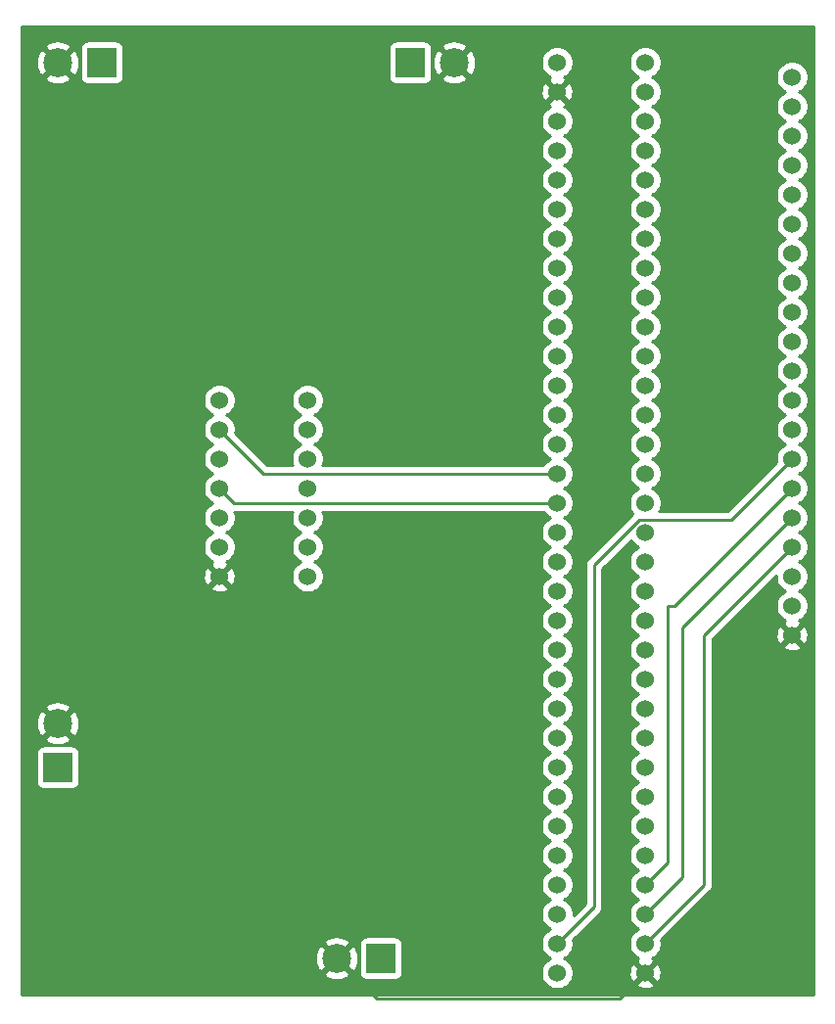
<source format=gbl>
G04 #@! TF.GenerationSoftware,KiCad,Pcbnew,(5.1.0)-1*
G04 #@! TF.CreationDate,2019-04-18T19:02:09-04:00*
G04 #@! TF.ProjectId,Gen1,47656e31-2e6b-4696-9361-645f70636258,1*
G04 #@! TF.SameCoordinates,Original*
G04 #@! TF.FileFunction,Copper,L2,Bot*
G04 #@! TF.FilePolarity,Positive*
%FSLAX46Y46*%
G04 Gerber Fmt 4.6, Leading zero omitted, Abs format (unit mm)*
G04 Created by KiCad (PCBNEW (5.1.0)-1) date 2019-04-18 19:02:09*
%MOMM*%
%LPD*%
G04 APERTURE LIST*
%ADD10C,1.524000*%
%ADD11C,2.499360*%
%ADD12R,2.499360X2.499360*%
%ADD13C,0.250000*%
%ADD14C,0.254000*%
G04 APERTURE END LIST*
D10*
X67310000Y-35560000D03*
X67310000Y-38100000D03*
X67310000Y-40640000D03*
X67310000Y-45720000D03*
X67310000Y-43180000D03*
X67310000Y-48260000D03*
X67310000Y-50800000D03*
X67310000Y-53340000D03*
X67310000Y-55880000D03*
X67310000Y-58420000D03*
X67310000Y-60960000D03*
X67310000Y-63500000D03*
X67310000Y-66040000D03*
X67310000Y-68580000D03*
X67310000Y-71120000D03*
X67310000Y-73660000D03*
X67310000Y-76200000D03*
X67310000Y-78740000D03*
X67310000Y-81280000D03*
X67310000Y-83820000D03*
X67310000Y-86360000D03*
X67310000Y-88900000D03*
X67310000Y-91440000D03*
X67310000Y-93980000D03*
X67310000Y-96520000D03*
X67310000Y-99060000D03*
X67310000Y-101600000D03*
X67310000Y-104140000D03*
X67310000Y-106680000D03*
X67310000Y-109220000D03*
X67310000Y-111760000D03*
X67310000Y-114300000D03*
X59690000Y-114300000D03*
X59690000Y-111760000D03*
X59690000Y-109220000D03*
X59690000Y-106680000D03*
X59690000Y-104140000D03*
X59690000Y-101600000D03*
X59690000Y-99060000D03*
X59690000Y-96520000D03*
X59690000Y-93980000D03*
X59690000Y-91440000D03*
X59690000Y-88900000D03*
X59690000Y-86360000D03*
X59690000Y-83820000D03*
X59690000Y-81280000D03*
X59690000Y-78740000D03*
X59690000Y-76200000D03*
X59690000Y-73660000D03*
X59690000Y-71120000D03*
X59690000Y-68580000D03*
X59690000Y-66040000D03*
X59690000Y-63500000D03*
X59690000Y-60960000D03*
X59690000Y-58420000D03*
X59690000Y-55880000D03*
X59690000Y-53340000D03*
X59690000Y-50800000D03*
X59690000Y-48260000D03*
X59690000Y-43180000D03*
X59690000Y-45720000D03*
X59690000Y-40640000D03*
X59690000Y-38100000D03*
X59690000Y-35560000D03*
X30480000Y-64770000D03*
X38100000Y-64770000D03*
X30480000Y-67310000D03*
X38100000Y-67310000D03*
X30480000Y-69850000D03*
X38100000Y-69850000D03*
X30480000Y-72390000D03*
X38100000Y-72390000D03*
X30480000Y-74930000D03*
X38100000Y-74930000D03*
X30480000Y-77470000D03*
X38100000Y-77470000D03*
X30480000Y-80010000D03*
X38100000Y-80010000D03*
X80010000Y-36830000D03*
X80010000Y-39370000D03*
X80010000Y-41910000D03*
X80010000Y-44450000D03*
X80010000Y-46990000D03*
X80010000Y-49530000D03*
X80010000Y-52070000D03*
X80010000Y-54610000D03*
X80010000Y-57150000D03*
X80010000Y-62230000D03*
X80010000Y-59690000D03*
X80010000Y-64770000D03*
X80010000Y-67310000D03*
X80010000Y-69850000D03*
X80010000Y-72390000D03*
X80010000Y-74930000D03*
X80010000Y-77470000D03*
X80010000Y-80010000D03*
X80010000Y-82550000D03*
X80010000Y-85090000D03*
D11*
X16510000Y-35560000D03*
D12*
X20320000Y-35560000D03*
X46990000Y-35560000D03*
D11*
X50800000Y-35560000D03*
X16510000Y-92710000D03*
D12*
X16510000Y-96520000D03*
X44450000Y-113030000D03*
D11*
X40640000Y-113030000D03*
D13*
X74295000Y-90805000D02*
X80010000Y-85090000D01*
X67310000Y-114300000D02*
X74295000Y-107315000D01*
X74295000Y-107315000D02*
X74295000Y-90805000D01*
X41889679Y-114279679D02*
X40640000Y-113030000D01*
X44099990Y-116489990D02*
X41889679Y-114279679D01*
X65120010Y-116489990D02*
X44099990Y-116489990D01*
X67310000Y-114300000D02*
X65120010Y-116489990D01*
X66788239Y-75112999D02*
X62865000Y-79036238D01*
X80010000Y-69850000D02*
X74747001Y-75112999D01*
X74747001Y-75112999D02*
X66788239Y-75112999D01*
X62865000Y-108585000D02*
X59690000Y-111760000D01*
X62865000Y-79036238D02*
X62865000Y-108585000D01*
X80010000Y-77470000D02*
X72390000Y-85090000D01*
X72390000Y-85090000D02*
X72390000Y-106680000D01*
X72390000Y-106680000D02*
X67310000Y-111760000D01*
X70485000Y-106045000D02*
X67310000Y-109220000D01*
X80010000Y-74930000D02*
X70485000Y-84455000D01*
X70485000Y-84455000D02*
X70485000Y-106045000D01*
X69215000Y-104775000D02*
X69215000Y-82550000D01*
X67310000Y-106680000D02*
X69215000Y-104775000D01*
X69850000Y-82550000D02*
X80010000Y-72390000D01*
X69215000Y-82550000D02*
X69850000Y-82550000D01*
X31750000Y-73660000D02*
X59690000Y-73660000D01*
X30480000Y-72390000D02*
X31750000Y-73660000D01*
X34290000Y-71120000D02*
X59690000Y-71120000D01*
X30480000Y-67310000D02*
X34290000Y-71120000D01*
D14*
G36*
X81890001Y-116180000D02*
G01*
X13360000Y-116180000D01*
X13360000Y-114343377D01*
X39506229Y-114343377D01*
X39632104Y-114633315D01*
X39964262Y-114799139D01*
X40322387Y-114896975D01*
X40692719Y-114923065D01*
X41061025Y-114876405D01*
X41413151Y-114758789D01*
X41647896Y-114633315D01*
X41773771Y-114343377D01*
X40640000Y-113209605D01*
X39506229Y-114343377D01*
X13360000Y-114343377D01*
X13360000Y-113082719D01*
X38746935Y-113082719D01*
X38793595Y-113451025D01*
X38911211Y-113803151D01*
X39036685Y-114037896D01*
X39326623Y-114163771D01*
X40460395Y-113030000D01*
X40819605Y-113030000D01*
X41953377Y-114163771D01*
X42243315Y-114037896D01*
X42409139Y-113705738D01*
X42506975Y-113347613D01*
X42533065Y-112977281D01*
X42486405Y-112608975D01*
X42368789Y-112256849D01*
X42243315Y-112022104D01*
X41953377Y-111896229D01*
X40819605Y-113030000D01*
X40460395Y-113030000D01*
X39326623Y-111896229D01*
X39036685Y-112022104D01*
X38870861Y-112354262D01*
X38773025Y-112712387D01*
X38746935Y-113082719D01*
X13360000Y-113082719D01*
X13360000Y-111716623D01*
X39506229Y-111716623D01*
X40640000Y-112850395D01*
X41710074Y-111780320D01*
X42562248Y-111780320D01*
X42562248Y-114279680D01*
X42574508Y-114404162D01*
X42610818Y-114523860D01*
X42669783Y-114634174D01*
X42749135Y-114730865D01*
X42845826Y-114810217D01*
X42956140Y-114869182D01*
X43075838Y-114905492D01*
X43200320Y-114917752D01*
X45699680Y-114917752D01*
X45824162Y-114905492D01*
X45943860Y-114869182D01*
X46054174Y-114810217D01*
X46150865Y-114730865D01*
X46230217Y-114634174D01*
X46289182Y-114523860D01*
X46325492Y-114404162D01*
X46337752Y-114279680D01*
X46337752Y-111780320D01*
X46325492Y-111655838D01*
X46289182Y-111536140D01*
X46230217Y-111425826D01*
X46150865Y-111329135D01*
X46054174Y-111249783D01*
X45943860Y-111190818D01*
X45824162Y-111154508D01*
X45699680Y-111142248D01*
X43200320Y-111142248D01*
X43075838Y-111154508D01*
X42956140Y-111190818D01*
X42845826Y-111249783D01*
X42749135Y-111329135D01*
X42669783Y-111425826D01*
X42610818Y-111536140D01*
X42574508Y-111655838D01*
X42562248Y-111780320D01*
X41710074Y-111780320D01*
X41773771Y-111716623D01*
X41647896Y-111426685D01*
X41315738Y-111260861D01*
X40957613Y-111163025D01*
X40587281Y-111136935D01*
X40218975Y-111183595D01*
X39866849Y-111301211D01*
X39632104Y-111426685D01*
X39506229Y-111716623D01*
X13360000Y-111716623D01*
X13360000Y-95270320D01*
X14622248Y-95270320D01*
X14622248Y-97769680D01*
X14634508Y-97894162D01*
X14670818Y-98013860D01*
X14729783Y-98124174D01*
X14809135Y-98220865D01*
X14905826Y-98300217D01*
X15016140Y-98359182D01*
X15135838Y-98395492D01*
X15260320Y-98407752D01*
X17759680Y-98407752D01*
X17884162Y-98395492D01*
X18003860Y-98359182D01*
X18114174Y-98300217D01*
X18210865Y-98220865D01*
X18290217Y-98124174D01*
X18349182Y-98013860D01*
X18385492Y-97894162D01*
X18397752Y-97769680D01*
X18397752Y-95270320D01*
X18385492Y-95145838D01*
X18349182Y-95026140D01*
X18290217Y-94915826D01*
X18210865Y-94819135D01*
X18114174Y-94739783D01*
X18003860Y-94680818D01*
X17884162Y-94644508D01*
X17759680Y-94632248D01*
X15260320Y-94632248D01*
X15135838Y-94644508D01*
X15016140Y-94680818D01*
X14905826Y-94739783D01*
X14809135Y-94819135D01*
X14729783Y-94915826D01*
X14670818Y-95026140D01*
X14634508Y-95145838D01*
X14622248Y-95270320D01*
X13360000Y-95270320D01*
X13360000Y-94023377D01*
X15376229Y-94023377D01*
X15502104Y-94313315D01*
X15834262Y-94479139D01*
X16192387Y-94576975D01*
X16562719Y-94603065D01*
X16931025Y-94556405D01*
X17283151Y-94438789D01*
X17517896Y-94313315D01*
X17643771Y-94023377D01*
X16510000Y-92889605D01*
X15376229Y-94023377D01*
X13360000Y-94023377D01*
X13360000Y-92762719D01*
X14616935Y-92762719D01*
X14663595Y-93131025D01*
X14781211Y-93483151D01*
X14906685Y-93717896D01*
X15196623Y-93843771D01*
X16330395Y-92710000D01*
X16689605Y-92710000D01*
X17823377Y-93843771D01*
X18113315Y-93717896D01*
X18279139Y-93385738D01*
X18376975Y-93027613D01*
X18403065Y-92657281D01*
X18356405Y-92288975D01*
X18238789Y-91936849D01*
X18113315Y-91702104D01*
X17823377Y-91576229D01*
X16689605Y-92710000D01*
X16330395Y-92710000D01*
X15196623Y-91576229D01*
X14906685Y-91702104D01*
X14740861Y-92034262D01*
X14643025Y-92392387D01*
X14616935Y-92762719D01*
X13360000Y-92762719D01*
X13360000Y-91396623D01*
X15376229Y-91396623D01*
X16510000Y-92530395D01*
X17643771Y-91396623D01*
X17517896Y-91106685D01*
X17185738Y-90940861D01*
X16827613Y-90843025D01*
X16457281Y-90816935D01*
X16088975Y-90863595D01*
X15736849Y-90981211D01*
X15502104Y-91106685D01*
X15376229Y-91396623D01*
X13360000Y-91396623D01*
X13360000Y-80975565D01*
X29694040Y-80975565D01*
X29761020Y-81215656D01*
X30010048Y-81332756D01*
X30277135Y-81399023D01*
X30552017Y-81411910D01*
X30824133Y-81370922D01*
X31083023Y-81277636D01*
X31198980Y-81215656D01*
X31265960Y-80975565D01*
X30480000Y-80189605D01*
X29694040Y-80975565D01*
X13360000Y-80975565D01*
X13360000Y-80082017D01*
X29078090Y-80082017D01*
X29119078Y-80354133D01*
X29212364Y-80613023D01*
X29274344Y-80728980D01*
X29514435Y-80795960D01*
X30300395Y-80010000D01*
X30659605Y-80010000D01*
X31445565Y-80795960D01*
X31685656Y-80728980D01*
X31802756Y-80479952D01*
X31869023Y-80212865D01*
X31881910Y-79937983D01*
X31840922Y-79665867D01*
X31747636Y-79406977D01*
X31685656Y-79291020D01*
X31445565Y-79224040D01*
X30659605Y-80010000D01*
X30300395Y-80010000D01*
X29514435Y-79224040D01*
X29274344Y-79291020D01*
X29157244Y-79540048D01*
X29090977Y-79807135D01*
X29078090Y-80082017D01*
X13360000Y-80082017D01*
X13360000Y-64632408D01*
X29083000Y-64632408D01*
X29083000Y-64907592D01*
X29136686Y-65177490D01*
X29241995Y-65431727D01*
X29394880Y-65660535D01*
X29589465Y-65855120D01*
X29818273Y-66008005D01*
X29895515Y-66040000D01*
X29818273Y-66071995D01*
X29589465Y-66224880D01*
X29394880Y-66419465D01*
X29241995Y-66648273D01*
X29136686Y-66902510D01*
X29083000Y-67172408D01*
X29083000Y-67447592D01*
X29136686Y-67717490D01*
X29241995Y-67971727D01*
X29394880Y-68200535D01*
X29589465Y-68395120D01*
X29818273Y-68548005D01*
X29895515Y-68580000D01*
X29818273Y-68611995D01*
X29589465Y-68764880D01*
X29394880Y-68959465D01*
X29241995Y-69188273D01*
X29136686Y-69442510D01*
X29083000Y-69712408D01*
X29083000Y-69987592D01*
X29136686Y-70257490D01*
X29241995Y-70511727D01*
X29394880Y-70740535D01*
X29589465Y-70935120D01*
X29818273Y-71088005D01*
X29895515Y-71120000D01*
X29818273Y-71151995D01*
X29589465Y-71304880D01*
X29394880Y-71499465D01*
X29241995Y-71728273D01*
X29136686Y-71982510D01*
X29083000Y-72252408D01*
X29083000Y-72527592D01*
X29136686Y-72797490D01*
X29241995Y-73051727D01*
X29394880Y-73280535D01*
X29589465Y-73475120D01*
X29818273Y-73628005D01*
X29895515Y-73660000D01*
X29818273Y-73691995D01*
X29589465Y-73844880D01*
X29394880Y-74039465D01*
X29241995Y-74268273D01*
X29136686Y-74522510D01*
X29083000Y-74792408D01*
X29083000Y-75067592D01*
X29136686Y-75337490D01*
X29241995Y-75591727D01*
X29394880Y-75820535D01*
X29589465Y-76015120D01*
X29818273Y-76168005D01*
X29895515Y-76200000D01*
X29818273Y-76231995D01*
X29589465Y-76384880D01*
X29394880Y-76579465D01*
X29241995Y-76808273D01*
X29136686Y-77062510D01*
X29083000Y-77332408D01*
X29083000Y-77607592D01*
X29136686Y-77877490D01*
X29241995Y-78131727D01*
X29394880Y-78360535D01*
X29589465Y-78555120D01*
X29818273Y-78708005D01*
X29889943Y-78737692D01*
X29876977Y-78742364D01*
X29761020Y-78804344D01*
X29694040Y-79044435D01*
X30480000Y-79830395D01*
X31265960Y-79044435D01*
X31198980Y-78804344D01*
X31063240Y-78740515D01*
X31141727Y-78708005D01*
X31370535Y-78555120D01*
X31565120Y-78360535D01*
X31718005Y-78131727D01*
X31823314Y-77877490D01*
X31877000Y-77607592D01*
X31877000Y-77332408D01*
X31823314Y-77062510D01*
X31718005Y-76808273D01*
X31565120Y-76579465D01*
X31370535Y-76384880D01*
X31141727Y-76231995D01*
X31064485Y-76200000D01*
X31141727Y-76168005D01*
X31370535Y-76015120D01*
X31565120Y-75820535D01*
X31718005Y-75591727D01*
X31823314Y-75337490D01*
X31877000Y-75067592D01*
X31877000Y-74792408D01*
X31823314Y-74522510D01*
X31781106Y-74420612D01*
X31787322Y-74420000D01*
X36799147Y-74420000D01*
X36756686Y-74522510D01*
X36703000Y-74792408D01*
X36703000Y-75067592D01*
X36756686Y-75337490D01*
X36861995Y-75591727D01*
X37014880Y-75820535D01*
X37209465Y-76015120D01*
X37438273Y-76168005D01*
X37515515Y-76200000D01*
X37438273Y-76231995D01*
X37209465Y-76384880D01*
X37014880Y-76579465D01*
X36861995Y-76808273D01*
X36756686Y-77062510D01*
X36703000Y-77332408D01*
X36703000Y-77607592D01*
X36756686Y-77877490D01*
X36861995Y-78131727D01*
X37014880Y-78360535D01*
X37209465Y-78555120D01*
X37438273Y-78708005D01*
X37515515Y-78740000D01*
X37438273Y-78771995D01*
X37209465Y-78924880D01*
X37014880Y-79119465D01*
X36861995Y-79348273D01*
X36756686Y-79602510D01*
X36703000Y-79872408D01*
X36703000Y-80147592D01*
X36756686Y-80417490D01*
X36861995Y-80671727D01*
X37014880Y-80900535D01*
X37209465Y-81095120D01*
X37438273Y-81248005D01*
X37692510Y-81353314D01*
X37962408Y-81407000D01*
X38237592Y-81407000D01*
X38507490Y-81353314D01*
X38761727Y-81248005D01*
X38990535Y-81095120D01*
X39185120Y-80900535D01*
X39338005Y-80671727D01*
X39443314Y-80417490D01*
X39497000Y-80147592D01*
X39497000Y-79872408D01*
X39443314Y-79602510D01*
X39338005Y-79348273D01*
X39185120Y-79119465D01*
X38990535Y-78924880D01*
X38761727Y-78771995D01*
X38684485Y-78740000D01*
X38761727Y-78708005D01*
X38990535Y-78555120D01*
X39185120Y-78360535D01*
X39338005Y-78131727D01*
X39443314Y-77877490D01*
X39497000Y-77607592D01*
X39497000Y-77332408D01*
X39443314Y-77062510D01*
X39338005Y-76808273D01*
X39185120Y-76579465D01*
X38990535Y-76384880D01*
X38761727Y-76231995D01*
X38684485Y-76200000D01*
X38761727Y-76168005D01*
X38990535Y-76015120D01*
X39185120Y-75820535D01*
X39338005Y-75591727D01*
X39443314Y-75337490D01*
X39497000Y-75067592D01*
X39497000Y-74792408D01*
X39443314Y-74522510D01*
X39400853Y-74420000D01*
X58517659Y-74420000D01*
X58604880Y-74550535D01*
X58799465Y-74745120D01*
X59028273Y-74898005D01*
X59105515Y-74930000D01*
X59028273Y-74961995D01*
X58799465Y-75114880D01*
X58604880Y-75309465D01*
X58451995Y-75538273D01*
X58346686Y-75792510D01*
X58293000Y-76062408D01*
X58293000Y-76337592D01*
X58346686Y-76607490D01*
X58451995Y-76861727D01*
X58604880Y-77090535D01*
X58799465Y-77285120D01*
X59028273Y-77438005D01*
X59105515Y-77470000D01*
X59028273Y-77501995D01*
X58799465Y-77654880D01*
X58604880Y-77849465D01*
X58451995Y-78078273D01*
X58346686Y-78332510D01*
X58293000Y-78602408D01*
X58293000Y-78877592D01*
X58346686Y-79147490D01*
X58451995Y-79401727D01*
X58604880Y-79630535D01*
X58799465Y-79825120D01*
X59028273Y-79978005D01*
X59105515Y-80010000D01*
X59028273Y-80041995D01*
X58799465Y-80194880D01*
X58604880Y-80389465D01*
X58451995Y-80618273D01*
X58346686Y-80872510D01*
X58293000Y-81142408D01*
X58293000Y-81417592D01*
X58346686Y-81687490D01*
X58451995Y-81941727D01*
X58604880Y-82170535D01*
X58799465Y-82365120D01*
X59028273Y-82518005D01*
X59105515Y-82550000D01*
X59028273Y-82581995D01*
X58799465Y-82734880D01*
X58604880Y-82929465D01*
X58451995Y-83158273D01*
X58346686Y-83412510D01*
X58293000Y-83682408D01*
X58293000Y-83957592D01*
X58346686Y-84227490D01*
X58451995Y-84481727D01*
X58604880Y-84710535D01*
X58799465Y-84905120D01*
X59028273Y-85058005D01*
X59105515Y-85090000D01*
X59028273Y-85121995D01*
X58799465Y-85274880D01*
X58604880Y-85469465D01*
X58451995Y-85698273D01*
X58346686Y-85952510D01*
X58293000Y-86222408D01*
X58293000Y-86497592D01*
X58346686Y-86767490D01*
X58451995Y-87021727D01*
X58604880Y-87250535D01*
X58799465Y-87445120D01*
X59028273Y-87598005D01*
X59105515Y-87630000D01*
X59028273Y-87661995D01*
X58799465Y-87814880D01*
X58604880Y-88009465D01*
X58451995Y-88238273D01*
X58346686Y-88492510D01*
X58293000Y-88762408D01*
X58293000Y-89037592D01*
X58346686Y-89307490D01*
X58451995Y-89561727D01*
X58604880Y-89790535D01*
X58799465Y-89985120D01*
X59028273Y-90138005D01*
X59105515Y-90170000D01*
X59028273Y-90201995D01*
X58799465Y-90354880D01*
X58604880Y-90549465D01*
X58451995Y-90778273D01*
X58346686Y-91032510D01*
X58293000Y-91302408D01*
X58293000Y-91577592D01*
X58346686Y-91847490D01*
X58451995Y-92101727D01*
X58604880Y-92330535D01*
X58799465Y-92525120D01*
X59028273Y-92678005D01*
X59105515Y-92710000D01*
X59028273Y-92741995D01*
X58799465Y-92894880D01*
X58604880Y-93089465D01*
X58451995Y-93318273D01*
X58346686Y-93572510D01*
X58293000Y-93842408D01*
X58293000Y-94117592D01*
X58346686Y-94387490D01*
X58451995Y-94641727D01*
X58604880Y-94870535D01*
X58799465Y-95065120D01*
X59028273Y-95218005D01*
X59105515Y-95250000D01*
X59028273Y-95281995D01*
X58799465Y-95434880D01*
X58604880Y-95629465D01*
X58451995Y-95858273D01*
X58346686Y-96112510D01*
X58293000Y-96382408D01*
X58293000Y-96657592D01*
X58346686Y-96927490D01*
X58451995Y-97181727D01*
X58604880Y-97410535D01*
X58799465Y-97605120D01*
X59028273Y-97758005D01*
X59105515Y-97790000D01*
X59028273Y-97821995D01*
X58799465Y-97974880D01*
X58604880Y-98169465D01*
X58451995Y-98398273D01*
X58346686Y-98652510D01*
X58293000Y-98922408D01*
X58293000Y-99197592D01*
X58346686Y-99467490D01*
X58451995Y-99721727D01*
X58604880Y-99950535D01*
X58799465Y-100145120D01*
X59028273Y-100298005D01*
X59105515Y-100330000D01*
X59028273Y-100361995D01*
X58799465Y-100514880D01*
X58604880Y-100709465D01*
X58451995Y-100938273D01*
X58346686Y-101192510D01*
X58293000Y-101462408D01*
X58293000Y-101737592D01*
X58346686Y-102007490D01*
X58451995Y-102261727D01*
X58604880Y-102490535D01*
X58799465Y-102685120D01*
X59028273Y-102838005D01*
X59105515Y-102870000D01*
X59028273Y-102901995D01*
X58799465Y-103054880D01*
X58604880Y-103249465D01*
X58451995Y-103478273D01*
X58346686Y-103732510D01*
X58293000Y-104002408D01*
X58293000Y-104277592D01*
X58346686Y-104547490D01*
X58451995Y-104801727D01*
X58604880Y-105030535D01*
X58799465Y-105225120D01*
X59028273Y-105378005D01*
X59105515Y-105410000D01*
X59028273Y-105441995D01*
X58799465Y-105594880D01*
X58604880Y-105789465D01*
X58451995Y-106018273D01*
X58346686Y-106272510D01*
X58293000Y-106542408D01*
X58293000Y-106817592D01*
X58346686Y-107087490D01*
X58451995Y-107341727D01*
X58604880Y-107570535D01*
X58799465Y-107765120D01*
X59028273Y-107918005D01*
X59105515Y-107950000D01*
X59028273Y-107981995D01*
X58799465Y-108134880D01*
X58604880Y-108329465D01*
X58451995Y-108558273D01*
X58346686Y-108812510D01*
X58293000Y-109082408D01*
X58293000Y-109357592D01*
X58346686Y-109627490D01*
X58451995Y-109881727D01*
X58604880Y-110110535D01*
X58799465Y-110305120D01*
X59028273Y-110458005D01*
X59105515Y-110490000D01*
X59028273Y-110521995D01*
X58799465Y-110674880D01*
X58604880Y-110869465D01*
X58451995Y-111098273D01*
X58346686Y-111352510D01*
X58293000Y-111622408D01*
X58293000Y-111897592D01*
X58346686Y-112167490D01*
X58451995Y-112421727D01*
X58604880Y-112650535D01*
X58799465Y-112845120D01*
X59028273Y-112998005D01*
X59105515Y-113030000D01*
X59028273Y-113061995D01*
X58799465Y-113214880D01*
X58604880Y-113409465D01*
X58451995Y-113638273D01*
X58346686Y-113892510D01*
X58293000Y-114162408D01*
X58293000Y-114437592D01*
X58346686Y-114707490D01*
X58451995Y-114961727D01*
X58604880Y-115190535D01*
X58799465Y-115385120D01*
X59028273Y-115538005D01*
X59282510Y-115643314D01*
X59552408Y-115697000D01*
X59827592Y-115697000D01*
X60097490Y-115643314D01*
X60351727Y-115538005D01*
X60580535Y-115385120D01*
X60700090Y-115265565D01*
X66524040Y-115265565D01*
X66591020Y-115505656D01*
X66840048Y-115622756D01*
X67107135Y-115689023D01*
X67382017Y-115701910D01*
X67654133Y-115660922D01*
X67913023Y-115567636D01*
X68028980Y-115505656D01*
X68095960Y-115265565D01*
X67310000Y-114479605D01*
X66524040Y-115265565D01*
X60700090Y-115265565D01*
X60775120Y-115190535D01*
X60928005Y-114961727D01*
X61033314Y-114707490D01*
X61087000Y-114437592D01*
X61087000Y-114372017D01*
X65908090Y-114372017D01*
X65949078Y-114644133D01*
X66042364Y-114903023D01*
X66104344Y-115018980D01*
X66344435Y-115085960D01*
X67130395Y-114300000D01*
X67489605Y-114300000D01*
X68275565Y-115085960D01*
X68515656Y-115018980D01*
X68632756Y-114769952D01*
X68699023Y-114502865D01*
X68711910Y-114227983D01*
X68670922Y-113955867D01*
X68577636Y-113696977D01*
X68515656Y-113581020D01*
X68275565Y-113514040D01*
X67489605Y-114300000D01*
X67130395Y-114300000D01*
X66344435Y-113514040D01*
X66104344Y-113581020D01*
X65987244Y-113830048D01*
X65920977Y-114097135D01*
X65908090Y-114372017D01*
X61087000Y-114372017D01*
X61087000Y-114162408D01*
X61033314Y-113892510D01*
X60928005Y-113638273D01*
X60775120Y-113409465D01*
X60580535Y-113214880D01*
X60351727Y-113061995D01*
X60274485Y-113030000D01*
X60351727Y-112998005D01*
X60580535Y-112845120D01*
X60775120Y-112650535D01*
X60928005Y-112421727D01*
X61033314Y-112167490D01*
X61087000Y-111897592D01*
X61087000Y-111622408D01*
X61056372Y-111468429D01*
X63376003Y-109148799D01*
X63405001Y-109125001D01*
X63449306Y-109071015D01*
X63499974Y-109009277D01*
X63570546Y-108877247D01*
X63595275Y-108795724D01*
X63614003Y-108733986D01*
X63625000Y-108622333D01*
X63625000Y-108622324D01*
X63628676Y-108585001D01*
X63625000Y-108547678D01*
X63625000Y-79351039D01*
X66088945Y-76887095D01*
X66224880Y-77090535D01*
X66419465Y-77285120D01*
X66648273Y-77438005D01*
X66725515Y-77470000D01*
X66648273Y-77501995D01*
X66419465Y-77654880D01*
X66224880Y-77849465D01*
X66071995Y-78078273D01*
X65966686Y-78332510D01*
X65913000Y-78602408D01*
X65913000Y-78877592D01*
X65966686Y-79147490D01*
X66071995Y-79401727D01*
X66224880Y-79630535D01*
X66419465Y-79825120D01*
X66648273Y-79978005D01*
X66725515Y-80010000D01*
X66648273Y-80041995D01*
X66419465Y-80194880D01*
X66224880Y-80389465D01*
X66071995Y-80618273D01*
X65966686Y-80872510D01*
X65913000Y-81142408D01*
X65913000Y-81417592D01*
X65966686Y-81687490D01*
X66071995Y-81941727D01*
X66224880Y-82170535D01*
X66419465Y-82365120D01*
X66648273Y-82518005D01*
X66725515Y-82550000D01*
X66648273Y-82581995D01*
X66419465Y-82734880D01*
X66224880Y-82929465D01*
X66071995Y-83158273D01*
X65966686Y-83412510D01*
X65913000Y-83682408D01*
X65913000Y-83957592D01*
X65966686Y-84227490D01*
X66071995Y-84481727D01*
X66224880Y-84710535D01*
X66419465Y-84905120D01*
X66648273Y-85058005D01*
X66725515Y-85090000D01*
X66648273Y-85121995D01*
X66419465Y-85274880D01*
X66224880Y-85469465D01*
X66071995Y-85698273D01*
X65966686Y-85952510D01*
X65913000Y-86222408D01*
X65913000Y-86497592D01*
X65966686Y-86767490D01*
X66071995Y-87021727D01*
X66224880Y-87250535D01*
X66419465Y-87445120D01*
X66648273Y-87598005D01*
X66725515Y-87630000D01*
X66648273Y-87661995D01*
X66419465Y-87814880D01*
X66224880Y-88009465D01*
X66071995Y-88238273D01*
X65966686Y-88492510D01*
X65913000Y-88762408D01*
X65913000Y-89037592D01*
X65966686Y-89307490D01*
X66071995Y-89561727D01*
X66224880Y-89790535D01*
X66419465Y-89985120D01*
X66648273Y-90138005D01*
X66725515Y-90170000D01*
X66648273Y-90201995D01*
X66419465Y-90354880D01*
X66224880Y-90549465D01*
X66071995Y-90778273D01*
X65966686Y-91032510D01*
X65913000Y-91302408D01*
X65913000Y-91577592D01*
X65966686Y-91847490D01*
X66071995Y-92101727D01*
X66224880Y-92330535D01*
X66419465Y-92525120D01*
X66648273Y-92678005D01*
X66725515Y-92710000D01*
X66648273Y-92741995D01*
X66419465Y-92894880D01*
X66224880Y-93089465D01*
X66071995Y-93318273D01*
X65966686Y-93572510D01*
X65913000Y-93842408D01*
X65913000Y-94117592D01*
X65966686Y-94387490D01*
X66071995Y-94641727D01*
X66224880Y-94870535D01*
X66419465Y-95065120D01*
X66648273Y-95218005D01*
X66725515Y-95250000D01*
X66648273Y-95281995D01*
X66419465Y-95434880D01*
X66224880Y-95629465D01*
X66071995Y-95858273D01*
X65966686Y-96112510D01*
X65913000Y-96382408D01*
X65913000Y-96657592D01*
X65966686Y-96927490D01*
X66071995Y-97181727D01*
X66224880Y-97410535D01*
X66419465Y-97605120D01*
X66648273Y-97758005D01*
X66725515Y-97790000D01*
X66648273Y-97821995D01*
X66419465Y-97974880D01*
X66224880Y-98169465D01*
X66071995Y-98398273D01*
X65966686Y-98652510D01*
X65913000Y-98922408D01*
X65913000Y-99197592D01*
X65966686Y-99467490D01*
X66071995Y-99721727D01*
X66224880Y-99950535D01*
X66419465Y-100145120D01*
X66648273Y-100298005D01*
X66725515Y-100330000D01*
X66648273Y-100361995D01*
X66419465Y-100514880D01*
X66224880Y-100709465D01*
X66071995Y-100938273D01*
X65966686Y-101192510D01*
X65913000Y-101462408D01*
X65913000Y-101737592D01*
X65966686Y-102007490D01*
X66071995Y-102261727D01*
X66224880Y-102490535D01*
X66419465Y-102685120D01*
X66648273Y-102838005D01*
X66725515Y-102870000D01*
X66648273Y-102901995D01*
X66419465Y-103054880D01*
X66224880Y-103249465D01*
X66071995Y-103478273D01*
X65966686Y-103732510D01*
X65913000Y-104002408D01*
X65913000Y-104277592D01*
X65966686Y-104547490D01*
X66071995Y-104801727D01*
X66224880Y-105030535D01*
X66419465Y-105225120D01*
X66648273Y-105378005D01*
X66725515Y-105410000D01*
X66648273Y-105441995D01*
X66419465Y-105594880D01*
X66224880Y-105789465D01*
X66071995Y-106018273D01*
X65966686Y-106272510D01*
X65913000Y-106542408D01*
X65913000Y-106817592D01*
X65966686Y-107087490D01*
X66071995Y-107341727D01*
X66224880Y-107570535D01*
X66419465Y-107765120D01*
X66648273Y-107918005D01*
X66725515Y-107950000D01*
X66648273Y-107981995D01*
X66419465Y-108134880D01*
X66224880Y-108329465D01*
X66071995Y-108558273D01*
X65966686Y-108812510D01*
X65913000Y-109082408D01*
X65913000Y-109357592D01*
X65966686Y-109627490D01*
X66071995Y-109881727D01*
X66224880Y-110110535D01*
X66419465Y-110305120D01*
X66648273Y-110458005D01*
X66725515Y-110490000D01*
X66648273Y-110521995D01*
X66419465Y-110674880D01*
X66224880Y-110869465D01*
X66071995Y-111098273D01*
X65966686Y-111352510D01*
X65913000Y-111622408D01*
X65913000Y-111897592D01*
X65966686Y-112167490D01*
X66071995Y-112421727D01*
X66224880Y-112650535D01*
X66419465Y-112845120D01*
X66648273Y-112998005D01*
X66719943Y-113027692D01*
X66706977Y-113032364D01*
X66591020Y-113094344D01*
X66524040Y-113334435D01*
X67310000Y-114120395D01*
X68095960Y-113334435D01*
X68028980Y-113094344D01*
X67893240Y-113030515D01*
X67971727Y-112998005D01*
X68200535Y-112845120D01*
X68395120Y-112650535D01*
X68548005Y-112421727D01*
X68653314Y-112167490D01*
X68707000Y-111897592D01*
X68707000Y-111622408D01*
X68676372Y-111468429D01*
X72901003Y-107243799D01*
X72930001Y-107220001D01*
X72956332Y-107187917D01*
X73024974Y-107104277D01*
X73095546Y-106972247D01*
X73095546Y-106972246D01*
X73139003Y-106828986D01*
X73150000Y-106717333D01*
X73150000Y-106717323D01*
X73153676Y-106680000D01*
X73150000Y-106642677D01*
X73150000Y-86055565D01*
X79224040Y-86055565D01*
X79291020Y-86295656D01*
X79540048Y-86412756D01*
X79807135Y-86479023D01*
X80082017Y-86491910D01*
X80354133Y-86450922D01*
X80613023Y-86357636D01*
X80728980Y-86295656D01*
X80795960Y-86055565D01*
X80010000Y-85269605D01*
X79224040Y-86055565D01*
X73150000Y-86055565D01*
X73150000Y-85404801D01*
X73392784Y-85162017D01*
X78608090Y-85162017D01*
X78649078Y-85434133D01*
X78742364Y-85693023D01*
X78804344Y-85808980D01*
X79044435Y-85875960D01*
X79830395Y-85090000D01*
X80189605Y-85090000D01*
X80975565Y-85875960D01*
X81215656Y-85808980D01*
X81332756Y-85559952D01*
X81399023Y-85292865D01*
X81411910Y-85017983D01*
X81370922Y-84745867D01*
X81277636Y-84486977D01*
X81215656Y-84371020D01*
X80975565Y-84304040D01*
X80189605Y-85090000D01*
X79830395Y-85090000D01*
X79044435Y-84304040D01*
X78804344Y-84371020D01*
X78687244Y-84620048D01*
X78620977Y-84887135D01*
X78608090Y-85162017D01*
X73392784Y-85162017D01*
X78613000Y-79941802D01*
X78613000Y-80147592D01*
X78666686Y-80417490D01*
X78771995Y-80671727D01*
X78924880Y-80900535D01*
X79119465Y-81095120D01*
X79348273Y-81248005D01*
X79425515Y-81280000D01*
X79348273Y-81311995D01*
X79119465Y-81464880D01*
X78924880Y-81659465D01*
X78771995Y-81888273D01*
X78666686Y-82142510D01*
X78613000Y-82412408D01*
X78613000Y-82687592D01*
X78666686Y-82957490D01*
X78771995Y-83211727D01*
X78924880Y-83440535D01*
X79119465Y-83635120D01*
X79348273Y-83788005D01*
X79419943Y-83817692D01*
X79406977Y-83822364D01*
X79291020Y-83884344D01*
X79224040Y-84124435D01*
X80010000Y-84910395D01*
X80795960Y-84124435D01*
X80728980Y-83884344D01*
X80593240Y-83820515D01*
X80671727Y-83788005D01*
X80900535Y-83635120D01*
X81095120Y-83440535D01*
X81248005Y-83211727D01*
X81353314Y-82957490D01*
X81407000Y-82687592D01*
X81407000Y-82412408D01*
X81353314Y-82142510D01*
X81248005Y-81888273D01*
X81095120Y-81659465D01*
X80900535Y-81464880D01*
X80671727Y-81311995D01*
X80594485Y-81280000D01*
X80671727Y-81248005D01*
X80900535Y-81095120D01*
X81095120Y-80900535D01*
X81248005Y-80671727D01*
X81353314Y-80417490D01*
X81407000Y-80147592D01*
X81407000Y-79872408D01*
X81353314Y-79602510D01*
X81248005Y-79348273D01*
X81095120Y-79119465D01*
X80900535Y-78924880D01*
X80671727Y-78771995D01*
X80594485Y-78740000D01*
X80671727Y-78708005D01*
X80900535Y-78555120D01*
X81095120Y-78360535D01*
X81248005Y-78131727D01*
X81353314Y-77877490D01*
X81407000Y-77607592D01*
X81407000Y-77332408D01*
X81353314Y-77062510D01*
X81248005Y-76808273D01*
X81095120Y-76579465D01*
X80900535Y-76384880D01*
X80671727Y-76231995D01*
X80594485Y-76200000D01*
X80671727Y-76168005D01*
X80900535Y-76015120D01*
X81095120Y-75820535D01*
X81248005Y-75591727D01*
X81353314Y-75337490D01*
X81407000Y-75067592D01*
X81407000Y-74792408D01*
X81353314Y-74522510D01*
X81248005Y-74268273D01*
X81095120Y-74039465D01*
X80900535Y-73844880D01*
X80671727Y-73691995D01*
X80594485Y-73660000D01*
X80671727Y-73628005D01*
X80900535Y-73475120D01*
X81095120Y-73280535D01*
X81248005Y-73051727D01*
X81353314Y-72797490D01*
X81407000Y-72527592D01*
X81407000Y-72252408D01*
X81353314Y-71982510D01*
X81248005Y-71728273D01*
X81095120Y-71499465D01*
X80900535Y-71304880D01*
X80671727Y-71151995D01*
X80594485Y-71120000D01*
X80671727Y-71088005D01*
X80900535Y-70935120D01*
X81095120Y-70740535D01*
X81248005Y-70511727D01*
X81353314Y-70257490D01*
X81407000Y-69987592D01*
X81407000Y-69712408D01*
X81353314Y-69442510D01*
X81248005Y-69188273D01*
X81095120Y-68959465D01*
X80900535Y-68764880D01*
X80671727Y-68611995D01*
X80594485Y-68580000D01*
X80671727Y-68548005D01*
X80900535Y-68395120D01*
X81095120Y-68200535D01*
X81248005Y-67971727D01*
X81353314Y-67717490D01*
X81407000Y-67447592D01*
X81407000Y-67172408D01*
X81353314Y-66902510D01*
X81248005Y-66648273D01*
X81095120Y-66419465D01*
X80900535Y-66224880D01*
X80671727Y-66071995D01*
X80594485Y-66040000D01*
X80671727Y-66008005D01*
X80900535Y-65855120D01*
X81095120Y-65660535D01*
X81248005Y-65431727D01*
X81353314Y-65177490D01*
X81407000Y-64907592D01*
X81407000Y-64632408D01*
X81353314Y-64362510D01*
X81248005Y-64108273D01*
X81095120Y-63879465D01*
X80900535Y-63684880D01*
X80671727Y-63531995D01*
X80594485Y-63500000D01*
X80671727Y-63468005D01*
X80900535Y-63315120D01*
X81095120Y-63120535D01*
X81248005Y-62891727D01*
X81353314Y-62637490D01*
X81407000Y-62367592D01*
X81407000Y-62092408D01*
X81353314Y-61822510D01*
X81248005Y-61568273D01*
X81095120Y-61339465D01*
X80900535Y-61144880D01*
X80671727Y-60991995D01*
X80594485Y-60960000D01*
X80671727Y-60928005D01*
X80900535Y-60775120D01*
X81095120Y-60580535D01*
X81248005Y-60351727D01*
X81353314Y-60097490D01*
X81407000Y-59827592D01*
X81407000Y-59552408D01*
X81353314Y-59282510D01*
X81248005Y-59028273D01*
X81095120Y-58799465D01*
X80900535Y-58604880D01*
X80671727Y-58451995D01*
X80594485Y-58420000D01*
X80671727Y-58388005D01*
X80900535Y-58235120D01*
X81095120Y-58040535D01*
X81248005Y-57811727D01*
X81353314Y-57557490D01*
X81407000Y-57287592D01*
X81407000Y-57012408D01*
X81353314Y-56742510D01*
X81248005Y-56488273D01*
X81095120Y-56259465D01*
X80900535Y-56064880D01*
X80671727Y-55911995D01*
X80594485Y-55880000D01*
X80671727Y-55848005D01*
X80900535Y-55695120D01*
X81095120Y-55500535D01*
X81248005Y-55271727D01*
X81353314Y-55017490D01*
X81407000Y-54747592D01*
X81407000Y-54472408D01*
X81353314Y-54202510D01*
X81248005Y-53948273D01*
X81095120Y-53719465D01*
X80900535Y-53524880D01*
X80671727Y-53371995D01*
X80594485Y-53340000D01*
X80671727Y-53308005D01*
X80900535Y-53155120D01*
X81095120Y-52960535D01*
X81248005Y-52731727D01*
X81353314Y-52477490D01*
X81407000Y-52207592D01*
X81407000Y-51932408D01*
X81353314Y-51662510D01*
X81248005Y-51408273D01*
X81095120Y-51179465D01*
X80900535Y-50984880D01*
X80671727Y-50831995D01*
X80594485Y-50800000D01*
X80671727Y-50768005D01*
X80900535Y-50615120D01*
X81095120Y-50420535D01*
X81248005Y-50191727D01*
X81353314Y-49937490D01*
X81407000Y-49667592D01*
X81407000Y-49392408D01*
X81353314Y-49122510D01*
X81248005Y-48868273D01*
X81095120Y-48639465D01*
X80900535Y-48444880D01*
X80671727Y-48291995D01*
X80594485Y-48260000D01*
X80671727Y-48228005D01*
X80900535Y-48075120D01*
X81095120Y-47880535D01*
X81248005Y-47651727D01*
X81353314Y-47397490D01*
X81407000Y-47127592D01*
X81407000Y-46852408D01*
X81353314Y-46582510D01*
X81248005Y-46328273D01*
X81095120Y-46099465D01*
X80900535Y-45904880D01*
X80671727Y-45751995D01*
X80594485Y-45720000D01*
X80671727Y-45688005D01*
X80900535Y-45535120D01*
X81095120Y-45340535D01*
X81248005Y-45111727D01*
X81353314Y-44857490D01*
X81407000Y-44587592D01*
X81407000Y-44312408D01*
X81353314Y-44042510D01*
X81248005Y-43788273D01*
X81095120Y-43559465D01*
X80900535Y-43364880D01*
X80671727Y-43211995D01*
X80594485Y-43180000D01*
X80671727Y-43148005D01*
X80900535Y-42995120D01*
X81095120Y-42800535D01*
X81248005Y-42571727D01*
X81353314Y-42317490D01*
X81407000Y-42047592D01*
X81407000Y-41772408D01*
X81353314Y-41502510D01*
X81248005Y-41248273D01*
X81095120Y-41019465D01*
X80900535Y-40824880D01*
X80671727Y-40671995D01*
X80594485Y-40640000D01*
X80671727Y-40608005D01*
X80900535Y-40455120D01*
X81095120Y-40260535D01*
X81248005Y-40031727D01*
X81353314Y-39777490D01*
X81407000Y-39507592D01*
X81407000Y-39232408D01*
X81353314Y-38962510D01*
X81248005Y-38708273D01*
X81095120Y-38479465D01*
X80900535Y-38284880D01*
X80671727Y-38131995D01*
X80594485Y-38100000D01*
X80671727Y-38068005D01*
X80900535Y-37915120D01*
X81095120Y-37720535D01*
X81248005Y-37491727D01*
X81353314Y-37237490D01*
X81407000Y-36967592D01*
X81407000Y-36692408D01*
X81353314Y-36422510D01*
X81248005Y-36168273D01*
X81095120Y-35939465D01*
X80900535Y-35744880D01*
X80671727Y-35591995D01*
X80417490Y-35486686D01*
X80147592Y-35433000D01*
X79872408Y-35433000D01*
X79602510Y-35486686D01*
X79348273Y-35591995D01*
X79119465Y-35744880D01*
X78924880Y-35939465D01*
X78771995Y-36168273D01*
X78666686Y-36422510D01*
X78613000Y-36692408D01*
X78613000Y-36967592D01*
X78666686Y-37237490D01*
X78771995Y-37491727D01*
X78924880Y-37720535D01*
X79119465Y-37915120D01*
X79348273Y-38068005D01*
X79425515Y-38100000D01*
X79348273Y-38131995D01*
X79119465Y-38284880D01*
X78924880Y-38479465D01*
X78771995Y-38708273D01*
X78666686Y-38962510D01*
X78613000Y-39232408D01*
X78613000Y-39507592D01*
X78666686Y-39777490D01*
X78771995Y-40031727D01*
X78924880Y-40260535D01*
X79119465Y-40455120D01*
X79348273Y-40608005D01*
X79425515Y-40640000D01*
X79348273Y-40671995D01*
X79119465Y-40824880D01*
X78924880Y-41019465D01*
X78771995Y-41248273D01*
X78666686Y-41502510D01*
X78613000Y-41772408D01*
X78613000Y-42047592D01*
X78666686Y-42317490D01*
X78771995Y-42571727D01*
X78924880Y-42800535D01*
X79119465Y-42995120D01*
X79348273Y-43148005D01*
X79425515Y-43180000D01*
X79348273Y-43211995D01*
X79119465Y-43364880D01*
X78924880Y-43559465D01*
X78771995Y-43788273D01*
X78666686Y-44042510D01*
X78613000Y-44312408D01*
X78613000Y-44587592D01*
X78666686Y-44857490D01*
X78771995Y-45111727D01*
X78924880Y-45340535D01*
X79119465Y-45535120D01*
X79348273Y-45688005D01*
X79425515Y-45720000D01*
X79348273Y-45751995D01*
X79119465Y-45904880D01*
X78924880Y-46099465D01*
X78771995Y-46328273D01*
X78666686Y-46582510D01*
X78613000Y-46852408D01*
X78613000Y-47127592D01*
X78666686Y-47397490D01*
X78771995Y-47651727D01*
X78924880Y-47880535D01*
X79119465Y-48075120D01*
X79348273Y-48228005D01*
X79425515Y-48260000D01*
X79348273Y-48291995D01*
X79119465Y-48444880D01*
X78924880Y-48639465D01*
X78771995Y-48868273D01*
X78666686Y-49122510D01*
X78613000Y-49392408D01*
X78613000Y-49667592D01*
X78666686Y-49937490D01*
X78771995Y-50191727D01*
X78924880Y-50420535D01*
X79119465Y-50615120D01*
X79348273Y-50768005D01*
X79425515Y-50800000D01*
X79348273Y-50831995D01*
X79119465Y-50984880D01*
X78924880Y-51179465D01*
X78771995Y-51408273D01*
X78666686Y-51662510D01*
X78613000Y-51932408D01*
X78613000Y-52207592D01*
X78666686Y-52477490D01*
X78771995Y-52731727D01*
X78924880Y-52960535D01*
X79119465Y-53155120D01*
X79348273Y-53308005D01*
X79425515Y-53340000D01*
X79348273Y-53371995D01*
X79119465Y-53524880D01*
X78924880Y-53719465D01*
X78771995Y-53948273D01*
X78666686Y-54202510D01*
X78613000Y-54472408D01*
X78613000Y-54747592D01*
X78666686Y-55017490D01*
X78771995Y-55271727D01*
X78924880Y-55500535D01*
X79119465Y-55695120D01*
X79348273Y-55848005D01*
X79425515Y-55880000D01*
X79348273Y-55911995D01*
X79119465Y-56064880D01*
X78924880Y-56259465D01*
X78771995Y-56488273D01*
X78666686Y-56742510D01*
X78613000Y-57012408D01*
X78613000Y-57287592D01*
X78666686Y-57557490D01*
X78771995Y-57811727D01*
X78924880Y-58040535D01*
X79119465Y-58235120D01*
X79348273Y-58388005D01*
X79425515Y-58420000D01*
X79348273Y-58451995D01*
X79119465Y-58604880D01*
X78924880Y-58799465D01*
X78771995Y-59028273D01*
X78666686Y-59282510D01*
X78613000Y-59552408D01*
X78613000Y-59827592D01*
X78666686Y-60097490D01*
X78771995Y-60351727D01*
X78924880Y-60580535D01*
X79119465Y-60775120D01*
X79348273Y-60928005D01*
X79425515Y-60960000D01*
X79348273Y-60991995D01*
X79119465Y-61144880D01*
X78924880Y-61339465D01*
X78771995Y-61568273D01*
X78666686Y-61822510D01*
X78613000Y-62092408D01*
X78613000Y-62367592D01*
X78666686Y-62637490D01*
X78771995Y-62891727D01*
X78924880Y-63120535D01*
X79119465Y-63315120D01*
X79348273Y-63468005D01*
X79425515Y-63500000D01*
X79348273Y-63531995D01*
X79119465Y-63684880D01*
X78924880Y-63879465D01*
X78771995Y-64108273D01*
X78666686Y-64362510D01*
X78613000Y-64632408D01*
X78613000Y-64907592D01*
X78666686Y-65177490D01*
X78771995Y-65431727D01*
X78924880Y-65660535D01*
X79119465Y-65855120D01*
X79348273Y-66008005D01*
X79425515Y-66040000D01*
X79348273Y-66071995D01*
X79119465Y-66224880D01*
X78924880Y-66419465D01*
X78771995Y-66648273D01*
X78666686Y-66902510D01*
X78613000Y-67172408D01*
X78613000Y-67447592D01*
X78666686Y-67717490D01*
X78771995Y-67971727D01*
X78924880Y-68200535D01*
X79119465Y-68395120D01*
X79348273Y-68548005D01*
X79425515Y-68580000D01*
X79348273Y-68611995D01*
X79119465Y-68764880D01*
X78924880Y-68959465D01*
X78771995Y-69188273D01*
X78666686Y-69442510D01*
X78613000Y-69712408D01*
X78613000Y-69987592D01*
X78643628Y-70141570D01*
X74432200Y-74352999D01*
X68527110Y-74352999D01*
X68548005Y-74321727D01*
X68653314Y-74067490D01*
X68707000Y-73797592D01*
X68707000Y-73522408D01*
X68653314Y-73252510D01*
X68548005Y-72998273D01*
X68395120Y-72769465D01*
X68200535Y-72574880D01*
X67971727Y-72421995D01*
X67894485Y-72390000D01*
X67971727Y-72358005D01*
X68200535Y-72205120D01*
X68395120Y-72010535D01*
X68548005Y-71781727D01*
X68653314Y-71527490D01*
X68707000Y-71257592D01*
X68707000Y-70982408D01*
X68653314Y-70712510D01*
X68548005Y-70458273D01*
X68395120Y-70229465D01*
X68200535Y-70034880D01*
X67971727Y-69881995D01*
X67894485Y-69850000D01*
X67971727Y-69818005D01*
X68200535Y-69665120D01*
X68395120Y-69470535D01*
X68548005Y-69241727D01*
X68653314Y-68987490D01*
X68707000Y-68717592D01*
X68707000Y-68442408D01*
X68653314Y-68172510D01*
X68548005Y-67918273D01*
X68395120Y-67689465D01*
X68200535Y-67494880D01*
X67971727Y-67341995D01*
X67894485Y-67310000D01*
X67971727Y-67278005D01*
X68200535Y-67125120D01*
X68395120Y-66930535D01*
X68548005Y-66701727D01*
X68653314Y-66447490D01*
X68707000Y-66177592D01*
X68707000Y-65902408D01*
X68653314Y-65632510D01*
X68548005Y-65378273D01*
X68395120Y-65149465D01*
X68200535Y-64954880D01*
X67971727Y-64801995D01*
X67894485Y-64770000D01*
X67971727Y-64738005D01*
X68200535Y-64585120D01*
X68395120Y-64390535D01*
X68548005Y-64161727D01*
X68653314Y-63907490D01*
X68707000Y-63637592D01*
X68707000Y-63362408D01*
X68653314Y-63092510D01*
X68548005Y-62838273D01*
X68395120Y-62609465D01*
X68200535Y-62414880D01*
X67971727Y-62261995D01*
X67894485Y-62230000D01*
X67971727Y-62198005D01*
X68200535Y-62045120D01*
X68395120Y-61850535D01*
X68548005Y-61621727D01*
X68653314Y-61367490D01*
X68707000Y-61097592D01*
X68707000Y-60822408D01*
X68653314Y-60552510D01*
X68548005Y-60298273D01*
X68395120Y-60069465D01*
X68200535Y-59874880D01*
X67971727Y-59721995D01*
X67894485Y-59690000D01*
X67971727Y-59658005D01*
X68200535Y-59505120D01*
X68395120Y-59310535D01*
X68548005Y-59081727D01*
X68653314Y-58827490D01*
X68707000Y-58557592D01*
X68707000Y-58282408D01*
X68653314Y-58012510D01*
X68548005Y-57758273D01*
X68395120Y-57529465D01*
X68200535Y-57334880D01*
X67971727Y-57181995D01*
X67894485Y-57150000D01*
X67971727Y-57118005D01*
X68200535Y-56965120D01*
X68395120Y-56770535D01*
X68548005Y-56541727D01*
X68653314Y-56287490D01*
X68707000Y-56017592D01*
X68707000Y-55742408D01*
X68653314Y-55472510D01*
X68548005Y-55218273D01*
X68395120Y-54989465D01*
X68200535Y-54794880D01*
X67971727Y-54641995D01*
X67894485Y-54610000D01*
X67971727Y-54578005D01*
X68200535Y-54425120D01*
X68395120Y-54230535D01*
X68548005Y-54001727D01*
X68653314Y-53747490D01*
X68707000Y-53477592D01*
X68707000Y-53202408D01*
X68653314Y-52932510D01*
X68548005Y-52678273D01*
X68395120Y-52449465D01*
X68200535Y-52254880D01*
X67971727Y-52101995D01*
X67894485Y-52070000D01*
X67971727Y-52038005D01*
X68200535Y-51885120D01*
X68395120Y-51690535D01*
X68548005Y-51461727D01*
X68653314Y-51207490D01*
X68707000Y-50937592D01*
X68707000Y-50662408D01*
X68653314Y-50392510D01*
X68548005Y-50138273D01*
X68395120Y-49909465D01*
X68200535Y-49714880D01*
X67971727Y-49561995D01*
X67894485Y-49530000D01*
X67971727Y-49498005D01*
X68200535Y-49345120D01*
X68395120Y-49150535D01*
X68548005Y-48921727D01*
X68653314Y-48667490D01*
X68707000Y-48397592D01*
X68707000Y-48122408D01*
X68653314Y-47852510D01*
X68548005Y-47598273D01*
X68395120Y-47369465D01*
X68200535Y-47174880D01*
X67971727Y-47021995D01*
X67894485Y-46990000D01*
X67971727Y-46958005D01*
X68200535Y-46805120D01*
X68395120Y-46610535D01*
X68548005Y-46381727D01*
X68653314Y-46127490D01*
X68707000Y-45857592D01*
X68707000Y-45582408D01*
X68653314Y-45312510D01*
X68548005Y-45058273D01*
X68395120Y-44829465D01*
X68200535Y-44634880D01*
X67971727Y-44481995D01*
X67894485Y-44450000D01*
X67971727Y-44418005D01*
X68200535Y-44265120D01*
X68395120Y-44070535D01*
X68548005Y-43841727D01*
X68653314Y-43587490D01*
X68707000Y-43317592D01*
X68707000Y-43042408D01*
X68653314Y-42772510D01*
X68548005Y-42518273D01*
X68395120Y-42289465D01*
X68200535Y-42094880D01*
X67971727Y-41941995D01*
X67894485Y-41910000D01*
X67971727Y-41878005D01*
X68200535Y-41725120D01*
X68395120Y-41530535D01*
X68548005Y-41301727D01*
X68653314Y-41047490D01*
X68707000Y-40777592D01*
X68707000Y-40502408D01*
X68653314Y-40232510D01*
X68548005Y-39978273D01*
X68395120Y-39749465D01*
X68200535Y-39554880D01*
X67971727Y-39401995D01*
X67894485Y-39370000D01*
X67971727Y-39338005D01*
X68200535Y-39185120D01*
X68395120Y-38990535D01*
X68548005Y-38761727D01*
X68653314Y-38507490D01*
X68707000Y-38237592D01*
X68707000Y-37962408D01*
X68653314Y-37692510D01*
X68548005Y-37438273D01*
X68395120Y-37209465D01*
X68200535Y-37014880D01*
X67971727Y-36861995D01*
X67894485Y-36830000D01*
X67971727Y-36798005D01*
X68200535Y-36645120D01*
X68395120Y-36450535D01*
X68548005Y-36221727D01*
X68653314Y-35967490D01*
X68707000Y-35697592D01*
X68707000Y-35422408D01*
X68653314Y-35152510D01*
X68548005Y-34898273D01*
X68395120Y-34669465D01*
X68200535Y-34474880D01*
X67971727Y-34321995D01*
X67717490Y-34216686D01*
X67447592Y-34163000D01*
X67172408Y-34163000D01*
X66902510Y-34216686D01*
X66648273Y-34321995D01*
X66419465Y-34474880D01*
X66224880Y-34669465D01*
X66071995Y-34898273D01*
X65966686Y-35152510D01*
X65913000Y-35422408D01*
X65913000Y-35697592D01*
X65966686Y-35967490D01*
X66071995Y-36221727D01*
X66224880Y-36450535D01*
X66419465Y-36645120D01*
X66648273Y-36798005D01*
X66725515Y-36830000D01*
X66648273Y-36861995D01*
X66419465Y-37014880D01*
X66224880Y-37209465D01*
X66071995Y-37438273D01*
X65966686Y-37692510D01*
X65913000Y-37962408D01*
X65913000Y-38237592D01*
X65966686Y-38507490D01*
X66071995Y-38761727D01*
X66224880Y-38990535D01*
X66419465Y-39185120D01*
X66648273Y-39338005D01*
X66725515Y-39370000D01*
X66648273Y-39401995D01*
X66419465Y-39554880D01*
X66224880Y-39749465D01*
X66071995Y-39978273D01*
X65966686Y-40232510D01*
X65913000Y-40502408D01*
X65913000Y-40777592D01*
X65966686Y-41047490D01*
X66071995Y-41301727D01*
X66224880Y-41530535D01*
X66419465Y-41725120D01*
X66648273Y-41878005D01*
X66725515Y-41910000D01*
X66648273Y-41941995D01*
X66419465Y-42094880D01*
X66224880Y-42289465D01*
X66071995Y-42518273D01*
X65966686Y-42772510D01*
X65913000Y-43042408D01*
X65913000Y-43317592D01*
X65966686Y-43587490D01*
X66071995Y-43841727D01*
X66224880Y-44070535D01*
X66419465Y-44265120D01*
X66648273Y-44418005D01*
X66725515Y-44450000D01*
X66648273Y-44481995D01*
X66419465Y-44634880D01*
X66224880Y-44829465D01*
X66071995Y-45058273D01*
X65966686Y-45312510D01*
X65913000Y-45582408D01*
X65913000Y-45857592D01*
X65966686Y-46127490D01*
X66071995Y-46381727D01*
X66224880Y-46610535D01*
X66419465Y-46805120D01*
X66648273Y-46958005D01*
X66725515Y-46990000D01*
X66648273Y-47021995D01*
X66419465Y-47174880D01*
X66224880Y-47369465D01*
X66071995Y-47598273D01*
X65966686Y-47852510D01*
X65913000Y-48122408D01*
X65913000Y-48397592D01*
X65966686Y-48667490D01*
X66071995Y-48921727D01*
X66224880Y-49150535D01*
X66419465Y-49345120D01*
X66648273Y-49498005D01*
X66725515Y-49530000D01*
X66648273Y-49561995D01*
X66419465Y-49714880D01*
X66224880Y-49909465D01*
X66071995Y-50138273D01*
X65966686Y-50392510D01*
X65913000Y-50662408D01*
X65913000Y-50937592D01*
X65966686Y-51207490D01*
X66071995Y-51461727D01*
X66224880Y-51690535D01*
X66419465Y-51885120D01*
X66648273Y-52038005D01*
X66725515Y-52070000D01*
X66648273Y-52101995D01*
X66419465Y-52254880D01*
X66224880Y-52449465D01*
X66071995Y-52678273D01*
X65966686Y-52932510D01*
X65913000Y-53202408D01*
X65913000Y-53477592D01*
X65966686Y-53747490D01*
X66071995Y-54001727D01*
X66224880Y-54230535D01*
X66419465Y-54425120D01*
X66648273Y-54578005D01*
X66725515Y-54610000D01*
X66648273Y-54641995D01*
X66419465Y-54794880D01*
X66224880Y-54989465D01*
X66071995Y-55218273D01*
X65966686Y-55472510D01*
X65913000Y-55742408D01*
X65913000Y-56017592D01*
X65966686Y-56287490D01*
X66071995Y-56541727D01*
X66224880Y-56770535D01*
X66419465Y-56965120D01*
X66648273Y-57118005D01*
X66725515Y-57150000D01*
X66648273Y-57181995D01*
X66419465Y-57334880D01*
X66224880Y-57529465D01*
X66071995Y-57758273D01*
X65966686Y-58012510D01*
X65913000Y-58282408D01*
X65913000Y-58557592D01*
X65966686Y-58827490D01*
X66071995Y-59081727D01*
X66224880Y-59310535D01*
X66419465Y-59505120D01*
X66648273Y-59658005D01*
X66725515Y-59690000D01*
X66648273Y-59721995D01*
X66419465Y-59874880D01*
X66224880Y-60069465D01*
X66071995Y-60298273D01*
X65966686Y-60552510D01*
X65913000Y-60822408D01*
X65913000Y-61097592D01*
X65966686Y-61367490D01*
X66071995Y-61621727D01*
X66224880Y-61850535D01*
X66419465Y-62045120D01*
X66648273Y-62198005D01*
X66725515Y-62230000D01*
X66648273Y-62261995D01*
X66419465Y-62414880D01*
X66224880Y-62609465D01*
X66071995Y-62838273D01*
X65966686Y-63092510D01*
X65913000Y-63362408D01*
X65913000Y-63637592D01*
X65966686Y-63907490D01*
X66071995Y-64161727D01*
X66224880Y-64390535D01*
X66419465Y-64585120D01*
X66648273Y-64738005D01*
X66725515Y-64770000D01*
X66648273Y-64801995D01*
X66419465Y-64954880D01*
X66224880Y-65149465D01*
X66071995Y-65378273D01*
X65966686Y-65632510D01*
X65913000Y-65902408D01*
X65913000Y-66177592D01*
X65966686Y-66447490D01*
X66071995Y-66701727D01*
X66224880Y-66930535D01*
X66419465Y-67125120D01*
X66648273Y-67278005D01*
X66725515Y-67310000D01*
X66648273Y-67341995D01*
X66419465Y-67494880D01*
X66224880Y-67689465D01*
X66071995Y-67918273D01*
X65966686Y-68172510D01*
X65913000Y-68442408D01*
X65913000Y-68717592D01*
X65966686Y-68987490D01*
X66071995Y-69241727D01*
X66224880Y-69470535D01*
X66419465Y-69665120D01*
X66648273Y-69818005D01*
X66725515Y-69850000D01*
X66648273Y-69881995D01*
X66419465Y-70034880D01*
X66224880Y-70229465D01*
X66071995Y-70458273D01*
X65966686Y-70712510D01*
X65913000Y-70982408D01*
X65913000Y-71257592D01*
X65966686Y-71527490D01*
X66071995Y-71781727D01*
X66224880Y-72010535D01*
X66419465Y-72205120D01*
X66648273Y-72358005D01*
X66725515Y-72390000D01*
X66648273Y-72421995D01*
X66419465Y-72574880D01*
X66224880Y-72769465D01*
X66071995Y-72998273D01*
X65966686Y-73252510D01*
X65913000Y-73522408D01*
X65913000Y-73797592D01*
X65966686Y-74067490D01*
X66071995Y-74321727D01*
X66224880Y-74550535D01*
X66247835Y-74573490D01*
X66224440Y-74601996D01*
X62354003Y-78472434D01*
X62324999Y-78496237D01*
X62269871Y-78563412D01*
X62230026Y-78611962D01*
X62189787Y-78687244D01*
X62159454Y-78743992D01*
X62115997Y-78887253D01*
X62105000Y-78998906D01*
X62105000Y-78998916D01*
X62101324Y-79036238D01*
X62105000Y-79073560D01*
X62105001Y-108270197D01*
X61087000Y-109288198D01*
X61087000Y-109082408D01*
X61033314Y-108812510D01*
X60928005Y-108558273D01*
X60775120Y-108329465D01*
X60580535Y-108134880D01*
X60351727Y-107981995D01*
X60274485Y-107950000D01*
X60351727Y-107918005D01*
X60580535Y-107765120D01*
X60775120Y-107570535D01*
X60928005Y-107341727D01*
X61033314Y-107087490D01*
X61087000Y-106817592D01*
X61087000Y-106542408D01*
X61033314Y-106272510D01*
X60928005Y-106018273D01*
X60775120Y-105789465D01*
X60580535Y-105594880D01*
X60351727Y-105441995D01*
X60274485Y-105410000D01*
X60351727Y-105378005D01*
X60580535Y-105225120D01*
X60775120Y-105030535D01*
X60928005Y-104801727D01*
X61033314Y-104547490D01*
X61087000Y-104277592D01*
X61087000Y-104002408D01*
X61033314Y-103732510D01*
X60928005Y-103478273D01*
X60775120Y-103249465D01*
X60580535Y-103054880D01*
X60351727Y-102901995D01*
X60274485Y-102870000D01*
X60351727Y-102838005D01*
X60580535Y-102685120D01*
X60775120Y-102490535D01*
X60928005Y-102261727D01*
X61033314Y-102007490D01*
X61087000Y-101737592D01*
X61087000Y-101462408D01*
X61033314Y-101192510D01*
X60928005Y-100938273D01*
X60775120Y-100709465D01*
X60580535Y-100514880D01*
X60351727Y-100361995D01*
X60274485Y-100330000D01*
X60351727Y-100298005D01*
X60580535Y-100145120D01*
X60775120Y-99950535D01*
X60928005Y-99721727D01*
X61033314Y-99467490D01*
X61087000Y-99197592D01*
X61087000Y-98922408D01*
X61033314Y-98652510D01*
X60928005Y-98398273D01*
X60775120Y-98169465D01*
X60580535Y-97974880D01*
X60351727Y-97821995D01*
X60274485Y-97790000D01*
X60351727Y-97758005D01*
X60580535Y-97605120D01*
X60775120Y-97410535D01*
X60928005Y-97181727D01*
X61033314Y-96927490D01*
X61087000Y-96657592D01*
X61087000Y-96382408D01*
X61033314Y-96112510D01*
X60928005Y-95858273D01*
X60775120Y-95629465D01*
X60580535Y-95434880D01*
X60351727Y-95281995D01*
X60274485Y-95250000D01*
X60351727Y-95218005D01*
X60580535Y-95065120D01*
X60775120Y-94870535D01*
X60928005Y-94641727D01*
X61033314Y-94387490D01*
X61087000Y-94117592D01*
X61087000Y-93842408D01*
X61033314Y-93572510D01*
X60928005Y-93318273D01*
X60775120Y-93089465D01*
X60580535Y-92894880D01*
X60351727Y-92741995D01*
X60274485Y-92710000D01*
X60351727Y-92678005D01*
X60580535Y-92525120D01*
X60775120Y-92330535D01*
X60928005Y-92101727D01*
X61033314Y-91847490D01*
X61087000Y-91577592D01*
X61087000Y-91302408D01*
X61033314Y-91032510D01*
X60928005Y-90778273D01*
X60775120Y-90549465D01*
X60580535Y-90354880D01*
X60351727Y-90201995D01*
X60274485Y-90170000D01*
X60351727Y-90138005D01*
X60580535Y-89985120D01*
X60775120Y-89790535D01*
X60928005Y-89561727D01*
X61033314Y-89307490D01*
X61087000Y-89037592D01*
X61087000Y-88762408D01*
X61033314Y-88492510D01*
X60928005Y-88238273D01*
X60775120Y-88009465D01*
X60580535Y-87814880D01*
X60351727Y-87661995D01*
X60274485Y-87630000D01*
X60351727Y-87598005D01*
X60580535Y-87445120D01*
X60775120Y-87250535D01*
X60928005Y-87021727D01*
X61033314Y-86767490D01*
X61087000Y-86497592D01*
X61087000Y-86222408D01*
X61033314Y-85952510D01*
X60928005Y-85698273D01*
X60775120Y-85469465D01*
X60580535Y-85274880D01*
X60351727Y-85121995D01*
X60274485Y-85090000D01*
X60351727Y-85058005D01*
X60580535Y-84905120D01*
X60775120Y-84710535D01*
X60928005Y-84481727D01*
X61033314Y-84227490D01*
X61087000Y-83957592D01*
X61087000Y-83682408D01*
X61033314Y-83412510D01*
X60928005Y-83158273D01*
X60775120Y-82929465D01*
X60580535Y-82734880D01*
X60351727Y-82581995D01*
X60274485Y-82550000D01*
X60351727Y-82518005D01*
X60580535Y-82365120D01*
X60775120Y-82170535D01*
X60928005Y-81941727D01*
X61033314Y-81687490D01*
X61087000Y-81417592D01*
X61087000Y-81142408D01*
X61033314Y-80872510D01*
X60928005Y-80618273D01*
X60775120Y-80389465D01*
X60580535Y-80194880D01*
X60351727Y-80041995D01*
X60274485Y-80010000D01*
X60351727Y-79978005D01*
X60580535Y-79825120D01*
X60775120Y-79630535D01*
X60928005Y-79401727D01*
X61033314Y-79147490D01*
X61087000Y-78877592D01*
X61087000Y-78602408D01*
X61033314Y-78332510D01*
X60928005Y-78078273D01*
X60775120Y-77849465D01*
X60580535Y-77654880D01*
X60351727Y-77501995D01*
X60274485Y-77470000D01*
X60351727Y-77438005D01*
X60580535Y-77285120D01*
X60775120Y-77090535D01*
X60928005Y-76861727D01*
X61033314Y-76607490D01*
X61087000Y-76337592D01*
X61087000Y-76062408D01*
X61033314Y-75792510D01*
X60928005Y-75538273D01*
X60775120Y-75309465D01*
X60580535Y-75114880D01*
X60351727Y-74961995D01*
X60274485Y-74930000D01*
X60351727Y-74898005D01*
X60580535Y-74745120D01*
X60775120Y-74550535D01*
X60928005Y-74321727D01*
X61033314Y-74067490D01*
X61087000Y-73797592D01*
X61087000Y-73522408D01*
X61033314Y-73252510D01*
X60928005Y-72998273D01*
X60775120Y-72769465D01*
X60580535Y-72574880D01*
X60351727Y-72421995D01*
X60274485Y-72390000D01*
X60351727Y-72358005D01*
X60580535Y-72205120D01*
X60775120Y-72010535D01*
X60928005Y-71781727D01*
X61033314Y-71527490D01*
X61087000Y-71257592D01*
X61087000Y-70982408D01*
X61033314Y-70712510D01*
X60928005Y-70458273D01*
X60775120Y-70229465D01*
X60580535Y-70034880D01*
X60351727Y-69881995D01*
X60274485Y-69850000D01*
X60351727Y-69818005D01*
X60580535Y-69665120D01*
X60775120Y-69470535D01*
X60928005Y-69241727D01*
X61033314Y-68987490D01*
X61087000Y-68717592D01*
X61087000Y-68442408D01*
X61033314Y-68172510D01*
X60928005Y-67918273D01*
X60775120Y-67689465D01*
X60580535Y-67494880D01*
X60351727Y-67341995D01*
X60274485Y-67310000D01*
X60351727Y-67278005D01*
X60580535Y-67125120D01*
X60775120Y-66930535D01*
X60928005Y-66701727D01*
X61033314Y-66447490D01*
X61087000Y-66177592D01*
X61087000Y-65902408D01*
X61033314Y-65632510D01*
X60928005Y-65378273D01*
X60775120Y-65149465D01*
X60580535Y-64954880D01*
X60351727Y-64801995D01*
X60274485Y-64770000D01*
X60351727Y-64738005D01*
X60580535Y-64585120D01*
X60775120Y-64390535D01*
X60928005Y-64161727D01*
X61033314Y-63907490D01*
X61087000Y-63637592D01*
X61087000Y-63362408D01*
X61033314Y-63092510D01*
X60928005Y-62838273D01*
X60775120Y-62609465D01*
X60580535Y-62414880D01*
X60351727Y-62261995D01*
X60274485Y-62230000D01*
X60351727Y-62198005D01*
X60580535Y-62045120D01*
X60775120Y-61850535D01*
X60928005Y-61621727D01*
X61033314Y-61367490D01*
X61087000Y-61097592D01*
X61087000Y-60822408D01*
X61033314Y-60552510D01*
X60928005Y-60298273D01*
X60775120Y-60069465D01*
X60580535Y-59874880D01*
X60351727Y-59721995D01*
X60274485Y-59690000D01*
X60351727Y-59658005D01*
X60580535Y-59505120D01*
X60775120Y-59310535D01*
X60928005Y-59081727D01*
X61033314Y-58827490D01*
X61087000Y-58557592D01*
X61087000Y-58282408D01*
X61033314Y-58012510D01*
X60928005Y-57758273D01*
X60775120Y-57529465D01*
X60580535Y-57334880D01*
X60351727Y-57181995D01*
X60274485Y-57150000D01*
X60351727Y-57118005D01*
X60580535Y-56965120D01*
X60775120Y-56770535D01*
X60928005Y-56541727D01*
X61033314Y-56287490D01*
X61087000Y-56017592D01*
X61087000Y-55742408D01*
X61033314Y-55472510D01*
X60928005Y-55218273D01*
X60775120Y-54989465D01*
X60580535Y-54794880D01*
X60351727Y-54641995D01*
X60274485Y-54610000D01*
X60351727Y-54578005D01*
X60580535Y-54425120D01*
X60775120Y-54230535D01*
X60928005Y-54001727D01*
X61033314Y-53747490D01*
X61087000Y-53477592D01*
X61087000Y-53202408D01*
X61033314Y-52932510D01*
X60928005Y-52678273D01*
X60775120Y-52449465D01*
X60580535Y-52254880D01*
X60351727Y-52101995D01*
X60274485Y-52070000D01*
X60351727Y-52038005D01*
X60580535Y-51885120D01*
X60775120Y-51690535D01*
X60928005Y-51461727D01*
X61033314Y-51207490D01*
X61087000Y-50937592D01*
X61087000Y-50662408D01*
X61033314Y-50392510D01*
X60928005Y-50138273D01*
X60775120Y-49909465D01*
X60580535Y-49714880D01*
X60351727Y-49561995D01*
X60274485Y-49530000D01*
X60351727Y-49498005D01*
X60580535Y-49345120D01*
X60775120Y-49150535D01*
X60928005Y-48921727D01*
X61033314Y-48667490D01*
X61087000Y-48397592D01*
X61087000Y-48122408D01*
X61033314Y-47852510D01*
X60928005Y-47598273D01*
X60775120Y-47369465D01*
X60580535Y-47174880D01*
X60351727Y-47021995D01*
X60274485Y-46990000D01*
X60351727Y-46958005D01*
X60580535Y-46805120D01*
X60775120Y-46610535D01*
X60928005Y-46381727D01*
X61033314Y-46127490D01*
X61087000Y-45857592D01*
X61087000Y-45582408D01*
X61033314Y-45312510D01*
X60928005Y-45058273D01*
X60775120Y-44829465D01*
X60580535Y-44634880D01*
X60351727Y-44481995D01*
X60274485Y-44450000D01*
X60351727Y-44418005D01*
X60580535Y-44265120D01*
X60775120Y-44070535D01*
X60928005Y-43841727D01*
X61033314Y-43587490D01*
X61087000Y-43317592D01*
X61087000Y-43042408D01*
X61033314Y-42772510D01*
X60928005Y-42518273D01*
X60775120Y-42289465D01*
X60580535Y-42094880D01*
X60351727Y-41941995D01*
X60274485Y-41910000D01*
X60351727Y-41878005D01*
X60580535Y-41725120D01*
X60775120Y-41530535D01*
X60928005Y-41301727D01*
X61033314Y-41047490D01*
X61087000Y-40777592D01*
X61087000Y-40502408D01*
X61033314Y-40232510D01*
X60928005Y-39978273D01*
X60775120Y-39749465D01*
X60580535Y-39554880D01*
X60351727Y-39401995D01*
X60280057Y-39372308D01*
X60293023Y-39367636D01*
X60408980Y-39305656D01*
X60475960Y-39065565D01*
X59690000Y-38279605D01*
X58904040Y-39065565D01*
X58971020Y-39305656D01*
X59106760Y-39369485D01*
X59028273Y-39401995D01*
X58799465Y-39554880D01*
X58604880Y-39749465D01*
X58451995Y-39978273D01*
X58346686Y-40232510D01*
X58293000Y-40502408D01*
X58293000Y-40777592D01*
X58346686Y-41047490D01*
X58451995Y-41301727D01*
X58604880Y-41530535D01*
X58799465Y-41725120D01*
X59028273Y-41878005D01*
X59105515Y-41910000D01*
X59028273Y-41941995D01*
X58799465Y-42094880D01*
X58604880Y-42289465D01*
X58451995Y-42518273D01*
X58346686Y-42772510D01*
X58293000Y-43042408D01*
X58293000Y-43317592D01*
X58346686Y-43587490D01*
X58451995Y-43841727D01*
X58604880Y-44070535D01*
X58799465Y-44265120D01*
X59028273Y-44418005D01*
X59105515Y-44450000D01*
X59028273Y-44481995D01*
X58799465Y-44634880D01*
X58604880Y-44829465D01*
X58451995Y-45058273D01*
X58346686Y-45312510D01*
X58293000Y-45582408D01*
X58293000Y-45857592D01*
X58346686Y-46127490D01*
X58451995Y-46381727D01*
X58604880Y-46610535D01*
X58799465Y-46805120D01*
X59028273Y-46958005D01*
X59105515Y-46990000D01*
X59028273Y-47021995D01*
X58799465Y-47174880D01*
X58604880Y-47369465D01*
X58451995Y-47598273D01*
X58346686Y-47852510D01*
X58293000Y-48122408D01*
X58293000Y-48397592D01*
X58346686Y-48667490D01*
X58451995Y-48921727D01*
X58604880Y-49150535D01*
X58799465Y-49345120D01*
X59028273Y-49498005D01*
X59105515Y-49530000D01*
X59028273Y-49561995D01*
X58799465Y-49714880D01*
X58604880Y-49909465D01*
X58451995Y-50138273D01*
X58346686Y-50392510D01*
X58293000Y-50662408D01*
X58293000Y-50937592D01*
X58346686Y-51207490D01*
X58451995Y-51461727D01*
X58604880Y-51690535D01*
X58799465Y-51885120D01*
X59028273Y-52038005D01*
X59105515Y-52070000D01*
X59028273Y-52101995D01*
X58799465Y-52254880D01*
X58604880Y-52449465D01*
X58451995Y-52678273D01*
X58346686Y-52932510D01*
X58293000Y-53202408D01*
X58293000Y-53477592D01*
X58346686Y-53747490D01*
X58451995Y-54001727D01*
X58604880Y-54230535D01*
X58799465Y-54425120D01*
X59028273Y-54578005D01*
X59105515Y-54610000D01*
X59028273Y-54641995D01*
X58799465Y-54794880D01*
X58604880Y-54989465D01*
X58451995Y-55218273D01*
X58346686Y-55472510D01*
X58293000Y-55742408D01*
X58293000Y-56017592D01*
X58346686Y-56287490D01*
X58451995Y-56541727D01*
X58604880Y-56770535D01*
X58799465Y-56965120D01*
X59028273Y-57118005D01*
X59105515Y-57150000D01*
X59028273Y-57181995D01*
X58799465Y-57334880D01*
X58604880Y-57529465D01*
X58451995Y-57758273D01*
X58346686Y-58012510D01*
X58293000Y-58282408D01*
X58293000Y-58557592D01*
X58346686Y-58827490D01*
X58451995Y-59081727D01*
X58604880Y-59310535D01*
X58799465Y-59505120D01*
X59028273Y-59658005D01*
X59105515Y-59690000D01*
X59028273Y-59721995D01*
X58799465Y-59874880D01*
X58604880Y-60069465D01*
X58451995Y-60298273D01*
X58346686Y-60552510D01*
X58293000Y-60822408D01*
X58293000Y-61097592D01*
X58346686Y-61367490D01*
X58451995Y-61621727D01*
X58604880Y-61850535D01*
X58799465Y-62045120D01*
X59028273Y-62198005D01*
X59105515Y-62230000D01*
X59028273Y-62261995D01*
X58799465Y-62414880D01*
X58604880Y-62609465D01*
X58451995Y-62838273D01*
X58346686Y-63092510D01*
X58293000Y-63362408D01*
X58293000Y-63637592D01*
X58346686Y-63907490D01*
X58451995Y-64161727D01*
X58604880Y-64390535D01*
X58799465Y-64585120D01*
X59028273Y-64738005D01*
X59105515Y-64770000D01*
X59028273Y-64801995D01*
X58799465Y-64954880D01*
X58604880Y-65149465D01*
X58451995Y-65378273D01*
X58346686Y-65632510D01*
X58293000Y-65902408D01*
X58293000Y-66177592D01*
X58346686Y-66447490D01*
X58451995Y-66701727D01*
X58604880Y-66930535D01*
X58799465Y-67125120D01*
X59028273Y-67278005D01*
X59105515Y-67310000D01*
X59028273Y-67341995D01*
X58799465Y-67494880D01*
X58604880Y-67689465D01*
X58451995Y-67918273D01*
X58346686Y-68172510D01*
X58293000Y-68442408D01*
X58293000Y-68717592D01*
X58346686Y-68987490D01*
X58451995Y-69241727D01*
X58604880Y-69470535D01*
X58799465Y-69665120D01*
X59028273Y-69818005D01*
X59105515Y-69850000D01*
X59028273Y-69881995D01*
X58799465Y-70034880D01*
X58604880Y-70229465D01*
X58517659Y-70360000D01*
X39400853Y-70360000D01*
X39443314Y-70257490D01*
X39497000Y-69987592D01*
X39497000Y-69712408D01*
X39443314Y-69442510D01*
X39338005Y-69188273D01*
X39185120Y-68959465D01*
X38990535Y-68764880D01*
X38761727Y-68611995D01*
X38684485Y-68580000D01*
X38761727Y-68548005D01*
X38990535Y-68395120D01*
X39185120Y-68200535D01*
X39338005Y-67971727D01*
X39443314Y-67717490D01*
X39497000Y-67447592D01*
X39497000Y-67172408D01*
X39443314Y-66902510D01*
X39338005Y-66648273D01*
X39185120Y-66419465D01*
X38990535Y-66224880D01*
X38761727Y-66071995D01*
X38684485Y-66040000D01*
X38761727Y-66008005D01*
X38990535Y-65855120D01*
X39185120Y-65660535D01*
X39338005Y-65431727D01*
X39443314Y-65177490D01*
X39497000Y-64907592D01*
X39497000Y-64632408D01*
X39443314Y-64362510D01*
X39338005Y-64108273D01*
X39185120Y-63879465D01*
X38990535Y-63684880D01*
X38761727Y-63531995D01*
X38507490Y-63426686D01*
X38237592Y-63373000D01*
X37962408Y-63373000D01*
X37692510Y-63426686D01*
X37438273Y-63531995D01*
X37209465Y-63684880D01*
X37014880Y-63879465D01*
X36861995Y-64108273D01*
X36756686Y-64362510D01*
X36703000Y-64632408D01*
X36703000Y-64907592D01*
X36756686Y-65177490D01*
X36861995Y-65431727D01*
X37014880Y-65660535D01*
X37209465Y-65855120D01*
X37438273Y-66008005D01*
X37515515Y-66040000D01*
X37438273Y-66071995D01*
X37209465Y-66224880D01*
X37014880Y-66419465D01*
X36861995Y-66648273D01*
X36756686Y-66902510D01*
X36703000Y-67172408D01*
X36703000Y-67447592D01*
X36756686Y-67717490D01*
X36861995Y-67971727D01*
X37014880Y-68200535D01*
X37209465Y-68395120D01*
X37438273Y-68548005D01*
X37515515Y-68580000D01*
X37438273Y-68611995D01*
X37209465Y-68764880D01*
X37014880Y-68959465D01*
X36861995Y-69188273D01*
X36756686Y-69442510D01*
X36703000Y-69712408D01*
X36703000Y-69987592D01*
X36756686Y-70257490D01*
X36799147Y-70360000D01*
X34604802Y-70360000D01*
X31846372Y-67601571D01*
X31877000Y-67447592D01*
X31877000Y-67172408D01*
X31823314Y-66902510D01*
X31718005Y-66648273D01*
X31565120Y-66419465D01*
X31370535Y-66224880D01*
X31141727Y-66071995D01*
X31064485Y-66040000D01*
X31141727Y-66008005D01*
X31370535Y-65855120D01*
X31565120Y-65660535D01*
X31718005Y-65431727D01*
X31823314Y-65177490D01*
X31877000Y-64907592D01*
X31877000Y-64632408D01*
X31823314Y-64362510D01*
X31718005Y-64108273D01*
X31565120Y-63879465D01*
X31370535Y-63684880D01*
X31141727Y-63531995D01*
X30887490Y-63426686D01*
X30617592Y-63373000D01*
X30342408Y-63373000D01*
X30072510Y-63426686D01*
X29818273Y-63531995D01*
X29589465Y-63684880D01*
X29394880Y-63879465D01*
X29241995Y-64108273D01*
X29136686Y-64362510D01*
X29083000Y-64632408D01*
X13360000Y-64632408D01*
X13360000Y-38172017D01*
X58288090Y-38172017D01*
X58329078Y-38444133D01*
X58422364Y-38703023D01*
X58484344Y-38818980D01*
X58724435Y-38885960D01*
X59510395Y-38100000D01*
X59869605Y-38100000D01*
X60655565Y-38885960D01*
X60895656Y-38818980D01*
X61012756Y-38569952D01*
X61079023Y-38302865D01*
X61091910Y-38027983D01*
X61050922Y-37755867D01*
X60957636Y-37496977D01*
X60895656Y-37381020D01*
X60655565Y-37314040D01*
X59869605Y-38100000D01*
X59510395Y-38100000D01*
X58724435Y-37314040D01*
X58484344Y-37381020D01*
X58367244Y-37630048D01*
X58300977Y-37897135D01*
X58288090Y-38172017D01*
X13360000Y-38172017D01*
X13360000Y-36873377D01*
X15376229Y-36873377D01*
X15502104Y-37163315D01*
X15834262Y-37329139D01*
X16192387Y-37426975D01*
X16562719Y-37453065D01*
X16931025Y-37406405D01*
X17283151Y-37288789D01*
X17517896Y-37163315D01*
X17643771Y-36873377D01*
X16510000Y-35739605D01*
X15376229Y-36873377D01*
X13360000Y-36873377D01*
X13360000Y-35612719D01*
X14616935Y-35612719D01*
X14663595Y-35981025D01*
X14781211Y-36333151D01*
X14906685Y-36567896D01*
X15196623Y-36693771D01*
X16330395Y-35560000D01*
X16689605Y-35560000D01*
X17823377Y-36693771D01*
X18113315Y-36567896D01*
X18279139Y-36235738D01*
X18376975Y-35877613D01*
X18403065Y-35507281D01*
X18356405Y-35138975D01*
X18238789Y-34786849D01*
X18113315Y-34552104D01*
X17823377Y-34426229D01*
X16689605Y-35560000D01*
X16330395Y-35560000D01*
X15196623Y-34426229D01*
X14906685Y-34552104D01*
X14740861Y-34884262D01*
X14643025Y-35242387D01*
X14616935Y-35612719D01*
X13360000Y-35612719D01*
X13360000Y-34246623D01*
X15376229Y-34246623D01*
X16510000Y-35380395D01*
X17580074Y-34310320D01*
X18432248Y-34310320D01*
X18432248Y-36809680D01*
X18444508Y-36934162D01*
X18480818Y-37053860D01*
X18539783Y-37164174D01*
X18619135Y-37260865D01*
X18715826Y-37340217D01*
X18826140Y-37399182D01*
X18945838Y-37435492D01*
X19070320Y-37447752D01*
X21569680Y-37447752D01*
X21694162Y-37435492D01*
X21813860Y-37399182D01*
X21924174Y-37340217D01*
X22020865Y-37260865D01*
X22100217Y-37164174D01*
X22159182Y-37053860D01*
X22195492Y-36934162D01*
X22207752Y-36809680D01*
X22207752Y-34310320D01*
X45102248Y-34310320D01*
X45102248Y-36809680D01*
X45114508Y-36934162D01*
X45150818Y-37053860D01*
X45209783Y-37164174D01*
X45289135Y-37260865D01*
X45385826Y-37340217D01*
X45496140Y-37399182D01*
X45615838Y-37435492D01*
X45740320Y-37447752D01*
X48239680Y-37447752D01*
X48364162Y-37435492D01*
X48483860Y-37399182D01*
X48594174Y-37340217D01*
X48690865Y-37260865D01*
X48770217Y-37164174D01*
X48829182Y-37053860D01*
X48865492Y-36934162D01*
X48871478Y-36873377D01*
X49666229Y-36873377D01*
X49792104Y-37163315D01*
X50124262Y-37329139D01*
X50482387Y-37426975D01*
X50852719Y-37453065D01*
X51221025Y-37406405D01*
X51573151Y-37288789D01*
X51807896Y-37163315D01*
X51933771Y-36873377D01*
X50800000Y-35739605D01*
X49666229Y-36873377D01*
X48871478Y-36873377D01*
X48877752Y-36809680D01*
X48877752Y-35612719D01*
X48906935Y-35612719D01*
X48953595Y-35981025D01*
X49071211Y-36333151D01*
X49196685Y-36567896D01*
X49486623Y-36693771D01*
X50620395Y-35560000D01*
X50979605Y-35560000D01*
X52113377Y-36693771D01*
X52403315Y-36567896D01*
X52569139Y-36235738D01*
X52666975Y-35877613D01*
X52693065Y-35507281D01*
X52682313Y-35422408D01*
X58293000Y-35422408D01*
X58293000Y-35697592D01*
X58346686Y-35967490D01*
X58451995Y-36221727D01*
X58604880Y-36450535D01*
X58799465Y-36645120D01*
X59028273Y-36798005D01*
X59099943Y-36827692D01*
X59086977Y-36832364D01*
X58971020Y-36894344D01*
X58904040Y-37134435D01*
X59690000Y-37920395D01*
X60475960Y-37134435D01*
X60408980Y-36894344D01*
X60273240Y-36830515D01*
X60351727Y-36798005D01*
X60580535Y-36645120D01*
X60775120Y-36450535D01*
X60928005Y-36221727D01*
X61033314Y-35967490D01*
X61087000Y-35697592D01*
X61087000Y-35422408D01*
X61033314Y-35152510D01*
X60928005Y-34898273D01*
X60775120Y-34669465D01*
X60580535Y-34474880D01*
X60351727Y-34321995D01*
X60097490Y-34216686D01*
X59827592Y-34163000D01*
X59552408Y-34163000D01*
X59282510Y-34216686D01*
X59028273Y-34321995D01*
X58799465Y-34474880D01*
X58604880Y-34669465D01*
X58451995Y-34898273D01*
X58346686Y-35152510D01*
X58293000Y-35422408D01*
X52682313Y-35422408D01*
X52646405Y-35138975D01*
X52528789Y-34786849D01*
X52403315Y-34552104D01*
X52113377Y-34426229D01*
X50979605Y-35560000D01*
X50620395Y-35560000D01*
X49486623Y-34426229D01*
X49196685Y-34552104D01*
X49030861Y-34884262D01*
X48933025Y-35242387D01*
X48906935Y-35612719D01*
X48877752Y-35612719D01*
X48877752Y-34310320D01*
X48871479Y-34246623D01*
X49666229Y-34246623D01*
X50800000Y-35380395D01*
X51933771Y-34246623D01*
X51807896Y-33956685D01*
X51475738Y-33790861D01*
X51117613Y-33693025D01*
X50747281Y-33666935D01*
X50378975Y-33713595D01*
X50026849Y-33831211D01*
X49792104Y-33956685D01*
X49666229Y-34246623D01*
X48871479Y-34246623D01*
X48865492Y-34185838D01*
X48829182Y-34066140D01*
X48770217Y-33955826D01*
X48690865Y-33859135D01*
X48594174Y-33779783D01*
X48483860Y-33720818D01*
X48364162Y-33684508D01*
X48239680Y-33672248D01*
X45740320Y-33672248D01*
X45615838Y-33684508D01*
X45496140Y-33720818D01*
X45385826Y-33779783D01*
X45289135Y-33859135D01*
X45209783Y-33955826D01*
X45150818Y-34066140D01*
X45114508Y-34185838D01*
X45102248Y-34310320D01*
X22207752Y-34310320D01*
X22195492Y-34185838D01*
X22159182Y-34066140D01*
X22100217Y-33955826D01*
X22020865Y-33859135D01*
X21924174Y-33779783D01*
X21813860Y-33720818D01*
X21694162Y-33684508D01*
X21569680Y-33672248D01*
X19070320Y-33672248D01*
X18945838Y-33684508D01*
X18826140Y-33720818D01*
X18715826Y-33779783D01*
X18619135Y-33859135D01*
X18539783Y-33955826D01*
X18480818Y-34066140D01*
X18444508Y-34185838D01*
X18432248Y-34310320D01*
X17580074Y-34310320D01*
X17643771Y-34246623D01*
X17517896Y-33956685D01*
X17185738Y-33790861D01*
X16827613Y-33693025D01*
X16457281Y-33666935D01*
X16088975Y-33713595D01*
X15736849Y-33831211D01*
X15502104Y-33956685D01*
X15376229Y-34246623D01*
X13360000Y-34246623D01*
X13360000Y-32410000D01*
X81890000Y-32410000D01*
X81890001Y-116180000D01*
X81890001Y-116180000D01*
G37*
X81890001Y-116180000D02*
X13360000Y-116180000D01*
X13360000Y-114343377D01*
X39506229Y-114343377D01*
X39632104Y-114633315D01*
X39964262Y-114799139D01*
X40322387Y-114896975D01*
X40692719Y-114923065D01*
X41061025Y-114876405D01*
X41413151Y-114758789D01*
X41647896Y-114633315D01*
X41773771Y-114343377D01*
X40640000Y-113209605D01*
X39506229Y-114343377D01*
X13360000Y-114343377D01*
X13360000Y-113082719D01*
X38746935Y-113082719D01*
X38793595Y-113451025D01*
X38911211Y-113803151D01*
X39036685Y-114037896D01*
X39326623Y-114163771D01*
X40460395Y-113030000D01*
X40819605Y-113030000D01*
X41953377Y-114163771D01*
X42243315Y-114037896D01*
X42409139Y-113705738D01*
X42506975Y-113347613D01*
X42533065Y-112977281D01*
X42486405Y-112608975D01*
X42368789Y-112256849D01*
X42243315Y-112022104D01*
X41953377Y-111896229D01*
X40819605Y-113030000D01*
X40460395Y-113030000D01*
X39326623Y-111896229D01*
X39036685Y-112022104D01*
X38870861Y-112354262D01*
X38773025Y-112712387D01*
X38746935Y-113082719D01*
X13360000Y-113082719D01*
X13360000Y-111716623D01*
X39506229Y-111716623D01*
X40640000Y-112850395D01*
X41710074Y-111780320D01*
X42562248Y-111780320D01*
X42562248Y-114279680D01*
X42574508Y-114404162D01*
X42610818Y-114523860D01*
X42669783Y-114634174D01*
X42749135Y-114730865D01*
X42845826Y-114810217D01*
X42956140Y-114869182D01*
X43075838Y-114905492D01*
X43200320Y-114917752D01*
X45699680Y-114917752D01*
X45824162Y-114905492D01*
X45943860Y-114869182D01*
X46054174Y-114810217D01*
X46150865Y-114730865D01*
X46230217Y-114634174D01*
X46289182Y-114523860D01*
X46325492Y-114404162D01*
X46337752Y-114279680D01*
X46337752Y-111780320D01*
X46325492Y-111655838D01*
X46289182Y-111536140D01*
X46230217Y-111425826D01*
X46150865Y-111329135D01*
X46054174Y-111249783D01*
X45943860Y-111190818D01*
X45824162Y-111154508D01*
X45699680Y-111142248D01*
X43200320Y-111142248D01*
X43075838Y-111154508D01*
X42956140Y-111190818D01*
X42845826Y-111249783D01*
X42749135Y-111329135D01*
X42669783Y-111425826D01*
X42610818Y-111536140D01*
X42574508Y-111655838D01*
X42562248Y-111780320D01*
X41710074Y-111780320D01*
X41773771Y-111716623D01*
X41647896Y-111426685D01*
X41315738Y-111260861D01*
X40957613Y-111163025D01*
X40587281Y-111136935D01*
X40218975Y-111183595D01*
X39866849Y-111301211D01*
X39632104Y-111426685D01*
X39506229Y-111716623D01*
X13360000Y-111716623D01*
X13360000Y-95270320D01*
X14622248Y-95270320D01*
X14622248Y-97769680D01*
X14634508Y-97894162D01*
X14670818Y-98013860D01*
X14729783Y-98124174D01*
X14809135Y-98220865D01*
X14905826Y-98300217D01*
X15016140Y-98359182D01*
X15135838Y-98395492D01*
X15260320Y-98407752D01*
X17759680Y-98407752D01*
X17884162Y-98395492D01*
X18003860Y-98359182D01*
X18114174Y-98300217D01*
X18210865Y-98220865D01*
X18290217Y-98124174D01*
X18349182Y-98013860D01*
X18385492Y-97894162D01*
X18397752Y-97769680D01*
X18397752Y-95270320D01*
X18385492Y-95145838D01*
X18349182Y-95026140D01*
X18290217Y-94915826D01*
X18210865Y-94819135D01*
X18114174Y-94739783D01*
X18003860Y-94680818D01*
X17884162Y-94644508D01*
X17759680Y-94632248D01*
X15260320Y-94632248D01*
X15135838Y-94644508D01*
X15016140Y-94680818D01*
X14905826Y-94739783D01*
X14809135Y-94819135D01*
X14729783Y-94915826D01*
X14670818Y-95026140D01*
X14634508Y-95145838D01*
X14622248Y-95270320D01*
X13360000Y-95270320D01*
X13360000Y-94023377D01*
X15376229Y-94023377D01*
X15502104Y-94313315D01*
X15834262Y-94479139D01*
X16192387Y-94576975D01*
X16562719Y-94603065D01*
X16931025Y-94556405D01*
X17283151Y-94438789D01*
X17517896Y-94313315D01*
X17643771Y-94023377D01*
X16510000Y-92889605D01*
X15376229Y-94023377D01*
X13360000Y-94023377D01*
X13360000Y-92762719D01*
X14616935Y-92762719D01*
X14663595Y-93131025D01*
X14781211Y-93483151D01*
X14906685Y-93717896D01*
X15196623Y-93843771D01*
X16330395Y-92710000D01*
X16689605Y-92710000D01*
X17823377Y-93843771D01*
X18113315Y-93717896D01*
X18279139Y-93385738D01*
X18376975Y-93027613D01*
X18403065Y-92657281D01*
X18356405Y-92288975D01*
X18238789Y-91936849D01*
X18113315Y-91702104D01*
X17823377Y-91576229D01*
X16689605Y-92710000D01*
X16330395Y-92710000D01*
X15196623Y-91576229D01*
X14906685Y-91702104D01*
X14740861Y-92034262D01*
X14643025Y-92392387D01*
X14616935Y-92762719D01*
X13360000Y-92762719D01*
X13360000Y-91396623D01*
X15376229Y-91396623D01*
X16510000Y-92530395D01*
X17643771Y-91396623D01*
X17517896Y-91106685D01*
X17185738Y-90940861D01*
X16827613Y-90843025D01*
X16457281Y-90816935D01*
X16088975Y-90863595D01*
X15736849Y-90981211D01*
X15502104Y-91106685D01*
X15376229Y-91396623D01*
X13360000Y-91396623D01*
X13360000Y-80975565D01*
X29694040Y-80975565D01*
X29761020Y-81215656D01*
X30010048Y-81332756D01*
X30277135Y-81399023D01*
X30552017Y-81411910D01*
X30824133Y-81370922D01*
X31083023Y-81277636D01*
X31198980Y-81215656D01*
X31265960Y-80975565D01*
X30480000Y-80189605D01*
X29694040Y-80975565D01*
X13360000Y-80975565D01*
X13360000Y-80082017D01*
X29078090Y-80082017D01*
X29119078Y-80354133D01*
X29212364Y-80613023D01*
X29274344Y-80728980D01*
X29514435Y-80795960D01*
X30300395Y-80010000D01*
X30659605Y-80010000D01*
X31445565Y-80795960D01*
X31685656Y-80728980D01*
X31802756Y-80479952D01*
X31869023Y-80212865D01*
X31881910Y-79937983D01*
X31840922Y-79665867D01*
X31747636Y-79406977D01*
X31685656Y-79291020D01*
X31445565Y-79224040D01*
X30659605Y-80010000D01*
X30300395Y-80010000D01*
X29514435Y-79224040D01*
X29274344Y-79291020D01*
X29157244Y-79540048D01*
X29090977Y-79807135D01*
X29078090Y-80082017D01*
X13360000Y-80082017D01*
X13360000Y-64632408D01*
X29083000Y-64632408D01*
X29083000Y-64907592D01*
X29136686Y-65177490D01*
X29241995Y-65431727D01*
X29394880Y-65660535D01*
X29589465Y-65855120D01*
X29818273Y-66008005D01*
X29895515Y-66040000D01*
X29818273Y-66071995D01*
X29589465Y-66224880D01*
X29394880Y-66419465D01*
X29241995Y-66648273D01*
X29136686Y-66902510D01*
X29083000Y-67172408D01*
X29083000Y-67447592D01*
X29136686Y-67717490D01*
X29241995Y-67971727D01*
X29394880Y-68200535D01*
X29589465Y-68395120D01*
X29818273Y-68548005D01*
X29895515Y-68580000D01*
X29818273Y-68611995D01*
X29589465Y-68764880D01*
X29394880Y-68959465D01*
X29241995Y-69188273D01*
X29136686Y-69442510D01*
X29083000Y-69712408D01*
X29083000Y-69987592D01*
X29136686Y-70257490D01*
X29241995Y-70511727D01*
X29394880Y-70740535D01*
X29589465Y-70935120D01*
X29818273Y-71088005D01*
X29895515Y-71120000D01*
X29818273Y-71151995D01*
X29589465Y-71304880D01*
X29394880Y-71499465D01*
X29241995Y-71728273D01*
X29136686Y-71982510D01*
X29083000Y-72252408D01*
X29083000Y-72527592D01*
X29136686Y-72797490D01*
X29241995Y-73051727D01*
X29394880Y-73280535D01*
X29589465Y-73475120D01*
X29818273Y-73628005D01*
X29895515Y-73660000D01*
X29818273Y-73691995D01*
X29589465Y-73844880D01*
X29394880Y-74039465D01*
X29241995Y-74268273D01*
X29136686Y-74522510D01*
X29083000Y-74792408D01*
X29083000Y-75067592D01*
X29136686Y-75337490D01*
X29241995Y-75591727D01*
X29394880Y-75820535D01*
X29589465Y-76015120D01*
X29818273Y-76168005D01*
X29895515Y-76200000D01*
X29818273Y-76231995D01*
X29589465Y-76384880D01*
X29394880Y-76579465D01*
X29241995Y-76808273D01*
X29136686Y-77062510D01*
X29083000Y-77332408D01*
X29083000Y-77607592D01*
X29136686Y-77877490D01*
X29241995Y-78131727D01*
X29394880Y-78360535D01*
X29589465Y-78555120D01*
X29818273Y-78708005D01*
X29889943Y-78737692D01*
X29876977Y-78742364D01*
X29761020Y-78804344D01*
X29694040Y-79044435D01*
X30480000Y-79830395D01*
X31265960Y-79044435D01*
X31198980Y-78804344D01*
X31063240Y-78740515D01*
X31141727Y-78708005D01*
X31370535Y-78555120D01*
X31565120Y-78360535D01*
X31718005Y-78131727D01*
X31823314Y-77877490D01*
X31877000Y-77607592D01*
X31877000Y-77332408D01*
X31823314Y-77062510D01*
X31718005Y-76808273D01*
X31565120Y-76579465D01*
X31370535Y-76384880D01*
X31141727Y-76231995D01*
X31064485Y-76200000D01*
X31141727Y-76168005D01*
X31370535Y-76015120D01*
X31565120Y-75820535D01*
X31718005Y-75591727D01*
X31823314Y-75337490D01*
X31877000Y-75067592D01*
X31877000Y-74792408D01*
X31823314Y-74522510D01*
X31781106Y-74420612D01*
X31787322Y-74420000D01*
X36799147Y-74420000D01*
X36756686Y-74522510D01*
X36703000Y-74792408D01*
X36703000Y-75067592D01*
X36756686Y-75337490D01*
X36861995Y-75591727D01*
X37014880Y-75820535D01*
X37209465Y-76015120D01*
X37438273Y-76168005D01*
X37515515Y-76200000D01*
X37438273Y-76231995D01*
X37209465Y-76384880D01*
X37014880Y-76579465D01*
X36861995Y-76808273D01*
X36756686Y-77062510D01*
X36703000Y-77332408D01*
X36703000Y-77607592D01*
X36756686Y-77877490D01*
X36861995Y-78131727D01*
X37014880Y-78360535D01*
X37209465Y-78555120D01*
X37438273Y-78708005D01*
X37515515Y-78740000D01*
X37438273Y-78771995D01*
X37209465Y-78924880D01*
X37014880Y-79119465D01*
X36861995Y-79348273D01*
X36756686Y-79602510D01*
X36703000Y-79872408D01*
X36703000Y-80147592D01*
X36756686Y-80417490D01*
X36861995Y-80671727D01*
X37014880Y-80900535D01*
X37209465Y-81095120D01*
X37438273Y-81248005D01*
X37692510Y-81353314D01*
X37962408Y-81407000D01*
X38237592Y-81407000D01*
X38507490Y-81353314D01*
X38761727Y-81248005D01*
X38990535Y-81095120D01*
X39185120Y-80900535D01*
X39338005Y-80671727D01*
X39443314Y-80417490D01*
X39497000Y-80147592D01*
X39497000Y-79872408D01*
X39443314Y-79602510D01*
X39338005Y-79348273D01*
X39185120Y-79119465D01*
X38990535Y-78924880D01*
X38761727Y-78771995D01*
X38684485Y-78740000D01*
X38761727Y-78708005D01*
X38990535Y-78555120D01*
X39185120Y-78360535D01*
X39338005Y-78131727D01*
X39443314Y-77877490D01*
X39497000Y-77607592D01*
X39497000Y-77332408D01*
X39443314Y-77062510D01*
X39338005Y-76808273D01*
X39185120Y-76579465D01*
X38990535Y-76384880D01*
X38761727Y-76231995D01*
X38684485Y-76200000D01*
X38761727Y-76168005D01*
X38990535Y-76015120D01*
X39185120Y-75820535D01*
X39338005Y-75591727D01*
X39443314Y-75337490D01*
X39497000Y-75067592D01*
X39497000Y-74792408D01*
X39443314Y-74522510D01*
X39400853Y-74420000D01*
X58517659Y-74420000D01*
X58604880Y-74550535D01*
X58799465Y-74745120D01*
X59028273Y-74898005D01*
X59105515Y-74930000D01*
X59028273Y-74961995D01*
X58799465Y-75114880D01*
X58604880Y-75309465D01*
X58451995Y-75538273D01*
X58346686Y-75792510D01*
X58293000Y-76062408D01*
X58293000Y-76337592D01*
X58346686Y-76607490D01*
X58451995Y-76861727D01*
X58604880Y-77090535D01*
X58799465Y-77285120D01*
X59028273Y-77438005D01*
X59105515Y-77470000D01*
X59028273Y-77501995D01*
X58799465Y-77654880D01*
X58604880Y-77849465D01*
X58451995Y-78078273D01*
X58346686Y-78332510D01*
X58293000Y-78602408D01*
X58293000Y-78877592D01*
X58346686Y-79147490D01*
X58451995Y-79401727D01*
X58604880Y-79630535D01*
X58799465Y-79825120D01*
X59028273Y-79978005D01*
X59105515Y-80010000D01*
X59028273Y-80041995D01*
X58799465Y-80194880D01*
X58604880Y-80389465D01*
X58451995Y-80618273D01*
X58346686Y-80872510D01*
X58293000Y-81142408D01*
X58293000Y-81417592D01*
X58346686Y-81687490D01*
X58451995Y-81941727D01*
X58604880Y-82170535D01*
X58799465Y-82365120D01*
X59028273Y-82518005D01*
X59105515Y-82550000D01*
X59028273Y-82581995D01*
X58799465Y-82734880D01*
X58604880Y-82929465D01*
X58451995Y-83158273D01*
X58346686Y-83412510D01*
X58293000Y-83682408D01*
X58293000Y-83957592D01*
X58346686Y-84227490D01*
X58451995Y-84481727D01*
X58604880Y-84710535D01*
X58799465Y-84905120D01*
X59028273Y-85058005D01*
X59105515Y-85090000D01*
X59028273Y-85121995D01*
X58799465Y-85274880D01*
X58604880Y-85469465D01*
X58451995Y-85698273D01*
X58346686Y-85952510D01*
X58293000Y-86222408D01*
X58293000Y-86497592D01*
X58346686Y-86767490D01*
X58451995Y-87021727D01*
X58604880Y-87250535D01*
X58799465Y-87445120D01*
X59028273Y-87598005D01*
X59105515Y-87630000D01*
X59028273Y-87661995D01*
X58799465Y-87814880D01*
X58604880Y-88009465D01*
X58451995Y-88238273D01*
X58346686Y-88492510D01*
X58293000Y-88762408D01*
X58293000Y-89037592D01*
X58346686Y-89307490D01*
X58451995Y-89561727D01*
X58604880Y-89790535D01*
X58799465Y-89985120D01*
X59028273Y-90138005D01*
X59105515Y-90170000D01*
X59028273Y-90201995D01*
X58799465Y-90354880D01*
X58604880Y-90549465D01*
X58451995Y-90778273D01*
X58346686Y-91032510D01*
X58293000Y-91302408D01*
X58293000Y-91577592D01*
X58346686Y-91847490D01*
X58451995Y-92101727D01*
X58604880Y-92330535D01*
X58799465Y-92525120D01*
X59028273Y-92678005D01*
X59105515Y-92710000D01*
X59028273Y-92741995D01*
X58799465Y-92894880D01*
X58604880Y-93089465D01*
X58451995Y-93318273D01*
X58346686Y-93572510D01*
X58293000Y-93842408D01*
X58293000Y-94117592D01*
X58346686Y-94387490D01*
X58451995Y-94641727D01*
X58604880Y-94870535D01*
X58799465Y-95065120D01*
X59028273Y-95218005D01*
X59105515Y-95250000D01*
X59028273Y-95281995D01*
X58799465Y-95434880D01*
X58604880Y-95629465D01*
X58451995Y-95858273D01*
X58346686Y-96112510D01*
X58293000Y-96382408D01*
X58293000Y-96657592D01*
X58346686Y-96927490D01*
X58451995Y-97181727D01*
X58604880Y-97410535D01*
X58799465Y-97605120D01*
X59028273Y-97758005D01*
X59105515Y-97790000D01*
X59028273Y-97821995D01*
X58799465Y-97974880D01*
X58604880Y-98169465D01*
X58451995Y-98398273D01*
X58346686Y-98652510D01*
X58293000Y-98922408D01*
X58293000Y-99197592D01*
X58346686Y-99467490D01*
X58451995Y-99721727D01*
X58604880Y-99950535D01*
X58799465Y-100145120D01*
X59028273Y-100298005D01*
X59105515Y-100330000D01*
X59028273Y-100361995D01*
X58799465Y-100514880D01*
X58604880Y-100709465D01*
X58451995Y-100938273D01*
X58346686Y-101192510D01*
X58293000Y-101462408D01*
X58293000Y-101737592D01*
X58346686Y-102007490D01*
X58451995Y-102261727D01*
X58604880Y-102490535D01*
X58799465Y-102685120D01*
X59028273Y-102838005D01*
X59105515Y-102870000D01*
X59028273Y-102901995D01*
X58799465Y-103054880D01*
X58604880Y-103249465D01*
X58451995Y-103478273D01*
X58346686Y-103732510D01*
X58293000Y-104002408D01*
X58293000Y-104277592D01*
X58346686Y-104547490D01*
X58451995Y-104801727D01*
X58604880Y-105030535D01*
X58799465Y-105225120D01*
X59028273Y-105378005D01*
X59105515Y-105410000D01*
X59028273Y-105441995D01*
X58799465Y-105594880D01*
X58604880Y-105789465D01*
X58451995Y-106018273D01*
X58346686Y-106272510D01*
X58293000Y-106542408D01*
X58293000Y-106817592D01*
X58346686Y-107087490D01*
X58451995Y-107341727D01*
X58604880Y-107570535D01*
X58799465Y-107765120D01*
X59028273Y-107918005D01*
X59105515Y-107950000D01*
X59028273Y-107981995D01*
X58799465Y-108134880D01*
X58604880Y-108329465D01*
X58451995Y-108558273D01*
X58346686Y-108812510D01*
X58293000Y-109082408D01*
X58293000Y-109357592D01*
X58346686Y-109627490D01*
X58451995Y-109881727D01*
X58604880Y-110110535D01*
X58799465Y-110305120D01*
X59028273Y-110458005D01*
X59105515Y-110490000D01*
X59028273Y-110521995D01*
X58799465Y-110674880D01*
X58604880Y-110869465D01*
X58451995Y-111098273D01*
X58346686Y-111352510D01*
X58293000Y-111622408D01*
X58293000Y-111897592D01*
X58346686Y-112167490D01*
X58451995Y-112421727D01*
X58604880Y-112650535D01*
X58799465Y-112845120D01*
X59028273Y-112998005D01*
X59105515Y-113030000D01*
X59028273Y-113061995D01*
X58799465Y-113214880D01*
X58604880Y-113409465D01*
X58451995Y-113638273D01*
X58346686Y-113892510D01*
X58293000Y-114162408D01*
X58293000Y-114437592D01*
X58346686Y-114707490D01*
X58451995Y-114961727D01*
X58604880Y-115190535D01*
X58799465Y-115385120D01*
X59028273Y-115538005D01*
X59282510Y-115643314D01*
X59552408Y-115697000D01*
X59827592Y-115697000D01*
X60097490Y-115643314D01*
X60351727Y-115538005D01*
X60580535Y-115385120D01*
X60700090Y-115265565D01*
X66524040Y-115265565D01*
X66591020Y-115505656D01*
X66840048Y-115622756D01*
X67107135Y-115689023D01*
X67382017Y-115701910D01*
X67654133Y-115660922D01*
X67913023Y-115567636D01*
X68028980Y-115505656D01*
X68095960Y-115265565D01*
X67310000Y-114479605D01*
X66524040Y-115265565D01*
X60700090Y-115265565D01*
X60775120Y-115190535D01*
X60928005Y-114961727D01*
X61033314Y-114707490D01*
X61087000Y-114437592D01*
X61087000Y-114372017D01*
X65908090Y-114372017D01*
X65949078Y-114644133D01*
X66042364Y-114903023D01*
X66104344Y-115018980D01*
X66344435Y-115085960D01*
X67130395Y-114300000D01*
X67489605Y-114300000D01*
X68275565Y-115085960D01*
X68515656Y-115018980D01*
X68632756Y-114769952D01*
X68699023Y-114502865D01*
X68711910Y-114227983D01*
X68670922Y-113955867D01*
X68577636Y-113696977D01*
X68515656Y-113581020D01*
X68275565Y-113514040D01*
X67489605Y-114300000D01*
X67130395Y-114300000D01*
X66344435Y-113514040D01*
X66104344Y-113581020D01*
X65987244Y-113830048D01*
X65920977Y-114097135D01*
X65908090Y-114372017D01*
X61087000Y-114372017D01*
X61087000Y-114162408D01*
X61033314Y-113892510D01*
X60928005Y-113638273D01*
X60775120Y-113409465D01*
X60580535Y-113214880D01*
X60351727Y-113061995D01*
X60274485Y-113030000D01*
X60351727Y-112998005D01*
X60580535Y-112845120D01*
X60775120Y-112650535D01*
X60928005Y-112421727D01*
X61033314Y-112167490D01*
X61087000Y-111897592D01*
X61087000Y-111622408D01*
X61056372Y-111468429D01*
X63376003Y-109148799D01*
X63405001Y-109125001D01*
X63449306Y-109071015D01*
X63499974Y-109009277D01*
X63570546Y-108877247D01*
X63595275Y-108795724D01*
X63614003Y-108733986D01*
X63625000Y-108622333D01*
X63625000Y-108622324D01*
X63628676Y-108585001D01*
X63625000Y-108547678D01*
X63625000Y-79351039D01*
X66088945Y-76887095D01*
X66224880Y-77090535D01*
X66419465Y-77285120D01*
X66648273Y-77438005D01*
X66725515Y-77470000D01*
X66648273Y-77501995D01*
X66419465Y-77654880D01*
X66224880Y-77849465D01*
X66071995Y-78078273D01*
X65966686Y-78332510D01*
X65913000Y-78602408D01*
X65913000Y-78877592D01*
X65966686Y-79147490D01*
X66071995Y-79401727D01*
X66224880Y-79630535D01*
X66419465Y-79825120D01*
X66648273Y-79978005D01*
X66725515Y-80010000D01*
X66648273Y-80041995D01*
X66419465Y-80194880D01*
X66224880Y-80389465D01*
X66071995Y-80618273D01*
X65966686Y-80872510D01*
X65913000Y-81142408D01*
X65913000Y-81417592D01*
X65966686Y-81687490D01*
X66071995Y-81941727D01*
X66224880Y-82170535D01*
X66419465Y-82365120D01*
X66648273Y-82518005D01*
X66725515Y-82550000D01*
X66648273Y-82581995D01*
X66419465Y-82734880D01*
X66224880Y-82929465D01*
X66071995Y-83158273D01*
X65966686Y-83412510D01*
X65913000Y-83682408D01*
X65913000Y-83957592D01*
X65966686Y-84227490D01*
X66071995Y-84481727D01*
X66224880Y-84710535D01*
X66419465Y-84905120D01*
X66648273Y-85058005D01*
X66725515Y-85090000D01*
X66648273Y-85121995D01*
X66419465Y-85274880D01*
X66224880Y-85469465D01*
X66071995Y-85698273D01*
X65966686Y-85952510D01*
X65913000Y-86222408D01*
X65913000Y-86497592D01*
X65966686Y-86767490D01*
X66071995Y-87021727D01*
X66224880Y-87250535D01*
X66419465Y-87445120D01*
X66648273Y-87598005D01*
X66725515Y-87630000D01*
X66648273Y-87661995D01*
X66419465Y-87814880D01*
X66224880Y-88009465D01*
X66071995Y-88238273D01*
X65966686Y-88492510D01*
X65913000Y-88762408D01*
X65913000Y-89037592D01*
X65966686Y-89307490D01*
X66071995Y-89561727D01*
X66224880Y-89790535D01*
X66419465Y-89985120D01*
X66648273Y-90138005D01*
X66725515Y-90170000D01*
X66648273Y-90201995D01*
X66419465Y-90354880D01*
X66224880Y-90549465D01*
X66071995Y-90778273D01*
X65966686Y-91032510D01*
X65913000Y-91302408D01*
X65913000Y-91577592D01*
X65966686Y-91847490D01*
X66071995Y-92101727D01*
X66224880Y-92330535D01*
X66419465Y-92525120D01*
X66648273Y-92678005D01*
X66725515Y-92710000D01*
X66648273Y-92741995D01*
X66419465Y-92894880D01*
X66224880Y-93089465D01*
X66071995Y-93318273D01*
X65966686Y-93572510D01*
X65913000Y-93842408D01*
X65913000Y-94117592D01*
X65966686Y-94387490D01*
X66071995Y-94641727D01*
X66224880Y-94870535D01*
X66419465Y-95065120D01*
X66648273Y-95218005D01*
X66725515Y-95250000D01*
X66648273Y-95281995D01*
X66419465Y-95434880D01*
X66224880Y-95629465D01*
X66071995Y-95858273D01*
X65966686Y-96112510D01*
X65913000Y-96382408D01*
X65913000Y-96657592D01*
X65966686Y-96927490D01*
X66071995Y-97181727D01*
X66224880Y-97410535D01*
X66419465Y-97605120D01*
X66648273Y-97758005D01*
X66725515Y-97790000D01*
X66648273Y-97821995D01*
X66419465Y-97974880D01*
X66224880Y-98169465D01*
X66071995Y-98398273D01*
X65966686Y-98652510D01*
X65913000Y-98922408D01*
X65913000Y-99197592D01*
X65966686Y-99467490D01*
X66071995Y-99721727D01*
X66224880Y-99950535D01*
X66419465Y-100145120D01*
X66648273Y-100298005D01*
X66725515Y-100330000D01*
X66648273Y-100361995D01*
X66419465Y-100514880D01*
X66224880Y-100709465D01*
X66071995Y-100938273D01*
X65966686Y-101192510D01*
X65913000Y-101462408D01*
X65913000Y-101737592D01*
X65966686Y-102007490D01*
X66071995Y-102261727D01*
X66224880Y-102490535D01*
X66419465Y-102685120D01*
X66648273Y-102838005D01*
X66725515Y-102870000D01*
X66648273Y-102901995D01*
X66419465Y-103054880D01*
X66224880Y-103249465D01*
X66071995Y-103478273D01*
X65966686Y-103732510D01*
X65913000Y-104002408D01*
X65913000Y-104277592D01*
X65966686Y-104547490D01*
X66071995Y-104801727D01*
X66224880Y-105030535D01*
X66419465Y-105225120D01*
X66648273Y-105378005D01*
X66725515Y-105410000D01*
X66648273Y-105441995D01*
X66419465Y-105594880D01*
X66224880Y-105789465D01*
X66071995Y-106018273D01*
X65966686Y-106272510D01*
X65913000Y-106542408D01*
X65913000Y-106817592D01*
X65966686Y-107087490D01*
X66071995Y-107341727D01*
X66224880Y-107570535D01*
X66419465Y-107765120D01*
X66648273Y-107918005D01*
X66725515Y-107950000D01*
X66648273Y-107981995D01*
X66419465Y-108134880D01*
X66224880Y-108329465D01*
X66071995Y-108558273D01*
X65966686Y-108812510D01*
X65913000Y-109082408D01*
X65913000Y-109357592D01*
X65966686Y-109627490D01*
X66071995Y-109881727D01*
X66224880Y-110110535D01*
X66419465Y-110305120D01*
X66648273Y-110458005D01*
X66725515Y-110490000D01*
X66648273Y-110521995D01*
X66419465Y-110674880D01*
X66224880Y-110869465D01*
X66071995Y-111098273D01*
X65966686Y-111352510D01*
X65913000Y-111622408D01*
X65913000Y-111897592D01*
X65966686Y-112167490D01*
X66071995Y-112421727D01*
X66224880Y-112650535D01*
X66419465Y-112845120D01*
X66648273Y-112998005D01*
X66719943Y-113027692D01*
X66706977Y-113032364D01*
X66591020Y-113094344D01*
X66524040Y-113334435D01*
X67310000Y-114120395D01*
X68095960Y-113334435D01*
X68028980Y-113094344D01*
X67893240Y-113030515D01*
X67971727Y-112998005D01*
X68200535Y-112845120D01*
X68395120Y-112650535D01*
X68548005Y-112421727D01*
X68653314Y-112167490D01*
X68707000Y-111897592D01*
X68707000Y-111622408D01*
X68676372Y-111468429D01*
X72901003Y-107243799D01*
X72930001Y-107220001D01*
X72956332Y-107187917D01*
X73024974Y-107104277D01*
X73095546Y-106972247D01*
X73095546Y-106972246D01*
X73139003Y-106828986D01*
X73150000Y-106717333D01*
X73150000Y-106717323D01*
X73153676Y-106680000D01*
X73150000Y-106642677D01*
X73150000Y-86055565D01*
X79224040Y-86055565D01*
X79291020Y-86295656D01*
X79540048Y-86412756D01*
X79807135Y-86479023D01*
X80082017Y-86491910D01*
X80354133Y-86450922D01*
X80613023Y-86357636D01*
X80728980Y-86295656D01*
X80795960Y-86055565D01*
X80010000Y-85269605D01*
X79224040Y-86055565D01*
X73150000Y-86055565D01*
X73150000Y-85404801D01*
X73392784Y-85162017D01*
X78608090Y-85162017D01*
X78649078Y-85434133D01*
X78742364Y-85693023D01*
X78804344Y-85808980D01*
X79044435Y-85875960D01*
X79830395Y-85090000D01*
X80189605Y-85090000D01*
X80975565Y-85875960D01*
X81215656Y-85808980D01*
X81332756Y-85559952D01*
X81399023Y-85292865D01*
X81411910Y-85017983D01*
X81370922Y-84745867D01*
X81277636Y-84486977D01*
X81215656Y-84371020D01*
X80975565Y-84304040D01*
X80189605Y-85090000D01*
X79830395Y-85090000D01*
X79044435Y-84304040D01*
X78804344Y-84371020D01*
X78687244Y-84620048D01*
X78620977Y-84887135D01*
X78608090Y-85162017D01*
X73392784Y-85162017D01*
X78613000Y-79941802D01*
X78613000Y-80147592D01*
X78666686Y-80417490D01*
X78771995Y-80671727D01*
X78924880Y-80900535D01*
X79119465Y-81095120D01*
X79348273Y-81248005D01*
X79425515Y-81280000D01*
X79348273Y-81311995D01*
X79119465Y-81464880D01*
X78924880Y-81659465D01*
X78771995Y-81888273D01*
X78666686Y-82142510D01*
X78613000Y-82412408D01*
X78613000Y-82687592D01*
X78666686Y-82957490D01*
X78771995Y-83211727D01*
X78924880Y-83440535D01*
X79119465Y-83635120D01*
X79348273Y-83788005D01*
X79419943Y-83817692D01*
X79406977Y-83822364D01*
X79291020Y-83884344D01*
X79224040Y-84124435D01*
X80010000Y-84910395D01*
X80795960Y-84124435D01*
X80728980Y-83884344D01*
X80593240Y-83820515D01*
X80671727Y-83788005D01*
X80900535Y-83635120D01*
X81095120Y-83440535D01*
X81248005Y-83211727D01*
X81353314Y-82957490D01*
X81407000Y-82687592D01*
X81407000Y-82412408D01*
X81353314Y-82142510D01*
X81248005Y-81888273D01*
X81095120Y-81659465D01*
X80900535Y-81464880D01*
X80671727Y-81311995D01*
X80594485Y-81280000D01*
X80671727Y-81248005D01*
X80900535Y-81095120D01*
X81095120Y-80900535D01*
X81248005Y-80671727D01*
X81353314Y-80417490D01*
X81407000Y-80147592D01*
X81407000Y-79872408D01*
X81353314Y-79602510D01*
X81248005Y-79348273D01*
X81095120Y-79119465D01*
X80900535Y-78924880D01*
X80671727Y-78771995D01*
X80594485Y-78740000D01*
X80671727Y-78708005D01*
X80900535Y-78555120D01*
X81095120Y-78360535D01*
X81248005Y-78131727D01*
X81353314Y-77877490D01*
X81407000Y-77607592D01*
X81407000Y-77332408D01*
X81353314Y-77062510D01*
X81248005Y-76808273D01*
X81095120Y-76579465D01*
X80900535Y-76384880D01*
X80671727Y-76231995D01*
X80594485Y-76200000D01*
X80671727Y-76168005D01*
X80900535Y-76015120D01*
X81095120Y-75820535D01*
X81248005Y-75591727D01*
X81353314Y-75337490D01*
X81407000Y-75067592D01*
X81407000Y-74792408D01*
X81353314Y-74522510D01*
X81248005Y-74268273D01*
X81095120Y-74039465D01*
X80900535Y-73844880D01*
X80671727Y-73691995D01*
X80594485Y-73660000D01*
X80671727Y-73628005D01*
X80900535Y-73475120D01*
X81095120Y-73280535D01*
X81248005Y-73051727D01*
X81353314Y-72797490D01*
X81407000Y-72527592D01*
X81407000Y-72252408D01*
X81353314Y-71982510D01*
X81248005Y-71728273D01*
X81095120Y-71499465D01*
X80900535Y-71304880D01*
X80671727Y-71151995D01*
X80594485Y-71120000D01*
X80671727Y-71088005D01*
X80900535Y-70935120D01*
X81095120Y-70740535D01*
X81248005Y-70511727D01*
X81353314Y-70257490D01*
X81407000Y-69987592D01*
X81407000Y-69712408D01*
X81353314Y-69442510D01*
X81248005Y-69188273D01*
X81095120Y-68959465D01*
X80900535Y-68764880D01*
X80671727Y-68611995D01*
X80594485Y-68580000D01*
X80671727Y-68548005D01*
X80900535Y-68395120D01*
X81095120Y-68200535D01*
X81248005Y-67971727D01*
X81353314Y-67717490D01*
X81407000Y-67447592D01*
X81407000Y-67172408D01*
X81353314Y-66902510D01*
X81248005Y-66648273D01*
X81095120Y-66419465D01*
X80900535Y-66224880D01*
X80671727Y-66071995D01*
X80594485Y-66040000D01*
X80671727Y-66008005D01*
X80900535Y-65855120D01*
X81095120Y-65660535D01*
X81248005Y-65431727D01*
X81353314Y-65177490D01*
X81407000Y-64907592D01*
X81407000Y-64632408D01*
X81353314Y-64362510D01*
X81248005Y-64108273D01*
X81095120Y-63879465D01*
X80900535Y-63684880D01*
X80671727Y-63531995D01*
X80594485Y-63500000D01*
X80671727Y-63468005D01*
X80900535Y-63315120D01*
X81095120Y-63120535D01*
X81248005Y-62891727D01*
X81353314Y-62637490D01*
X81407000Y-62367592D01*
X81407000Y-62092408D01*
X81353314Y-61822510D01*
X81248005Y-61568273D01*
X81095120Y-61339465D01*
X80900535Y-61144880D01*
X80671727Y-60991995D01*
X80594485Y-60960000D01*
X80671727Y-60928005D01*
X80900535Y-60775120D01*
X81095120Y-60580535D01*
X81248005Y-60351727D01*
X81353314Y-60097490D01*
X81407000Y-59827592D01*
X81407000Y-59552408D01*
X81353314Y-59282510D01*
X81248005Y-59028273D01*
X81095120Y-58799465D01*
X80900535Y-58604880D01*
X80671727Y-58451995D01*
X80594485Y-58420000D01*
X80671727Y-58388005D01*
X80900535Y-58235120D01*
X81095120Y-58040535D01*
X81248005Y-57811727D01*
X81353314Y-57557490D01*
X81407000Y-57287592D01*
X81407000Y-57012408D01*
X81353314Y-56742510D01*
X81248005Y-56488273D01*
X81095120Y-56259465D01*
X80900535Y-56064880D01*
X80671727Y-55911995D01*
X80594485Y-55880000D01*
X80671727Y-55848005D01*
X80900535Y-55695120D01*
X81095120Y-55500535D01*
X81248005Y-55271727D01*
X81353314Y-55017490D01*
X81407000Y-54747592D01*
X81407000Y-54472408D01*
X81353314Y-54202510D01*
X81248005Y-53948273D01*
X81095120Y-53719465D01*
X80900535Y-53524880D01*
X80671727Y-53371995D01*
X80594485Y-53340000D01*
X80671727Y-53308005D01*
X80900535Y-53155120D01*
X81095120Y-52960535D01*
X81248005Y-52731727D01*
X81353314Y-52477490D01*
X81407000Y-52207592D01*
X81407000Y-51932408D01*
X81353314Y-51662510D01*
X81248005Y-51408273D01*
X81095120Y-51179465D01*
X80900535Y-50984880D01*
X80671727Y-50831995D01*
X80594485Y-50800000D01*
X80671727Y-50768005D01*
X80900535Y-50615120D01*
X81095120Y-50420535D01*
X81248005Y-50191727D01*
X81353314Y-49937490D01*
X81407000Y-49667592D01*
X81407000Y-49392408D01*
X81353314Y-49122510D01*
X81248005Y-48868273D01*
X81095120Y-48639465D01*
X80900535Y-48444880D01*
X80671727Y-48291995D01*
X80594485Y-48260000D01*
X80671727Y-48228005D01*
X80900535Y-48075120D01*
X81095120Y-47880535D01*
X81248005Y-47651727D01*
X81353314Y-47397490D01*
X81407000Y-47127592D01*
X81407000Y-46852408D01*
X81353314Y-46582510D01*
X81248005Y-46328273D01*
X81095120Y-46099465D01*
X80900535Y-45904880D01*
X80671727Y-45751995D01*
X80594485Y-45720000D01*
X80671727Y-45688005D01*
X80900535Y-45535120D01*
X81095120Y-45340535D01*
X81248005Y-45111727D01*
X81353314Y-44857490D01*
X81407000Y-44587592D01*
X81407000Y-44312408D01*
X81353314Y-44042510D01*
X81248005Y-43788273D01*
X81095120Y-43559465D01*
X80900535Y-43364880D01*
X80671727Y-43211995D01*
X80594485Y-43180000D01*
X80671727Y-43148005D01*
X80900535Y-42995120D01*
X81095120Y-42800535D01*
X81248005Y-42571727D01*
X81353314Y-42317490D01*
X81407000Y-42047592D01*
X81407000Y-41772408D01*
X81353314Y-41502510D01*
X81248005Y-41248273D01*
X81095120Y-41019465D01*
X80900535Y-40824880D01*
X80671727Y-40671995D01*
X80594485Y-40640000D01*
X80671727Y-40608005D01*
X80900535Y-40455120D01*
X81095120Y-40260535D01*
X81248005Y-40031727D01*
X81353314Y-39777490D01*
X81407000Y-39507592D01*
X81407000Y-39232408D01*
X81353314Y-38962510D01*
X81248005Y-38708273D01*
X81095120Y-38479465D01*
X80900535Y-38284880D01*
X80671727Y-38131995D01*
X80594485Y-38100000D01*
X80671727Y-38068005D01*
X80900535Y-37915120D01*
X81095120Y-37720535D01*
X81248005Y-37491727D01*
X81353314Y-37237490D01*
X81407000Y-36967592D01*
X81407000Y-36692408D01*
X81353314Y-36422510D01*
X81248005Y-36168273D01*
X81095120Y-35939465D01*
X80900535Y-35744880D01*
X80671727Y-35591995D01*
X80417490Y-35486686D01*
X80147592Y-35433000D01*
X79872408Y-35433000D01*
X79602510Y-35486686D01*
X79348273Y-35591995D01*
X79119465Y-35744880D01*
X78924880Y-35939465D01*
X78771995Y-36168273D01*
X78666686Y-36422510D01*
X78613000Y-36692408D01*
X78613000Y-36967592D01*
X78666686Y-37237490D01*
X78771995Y-37491727D01*
X78924880Y-37720535D01*
X79119465Y-37915120D01*
X79348273Y-38068005D01*
X79425515Y-38100000D01*
X79348273Y-38131995D01*
X79119465Y-38284880D01*
X78924880Y-38479465D01*
X78771995Y-38708273D01*
X78666686Y-38962510D01*
X78613000Y-39232408D01*
X78613000Y-39507592D01*
X78666686Y-39777490D01*
X78771995Y-40031727D01*
X78924880Y-40260535D01*
X79119465Y-40455120D01*
X79348273Y-40608005D01*
X79425515Y-40640000D01*
X79348273Y-40671995D01*
X79119465Y-40824880D01*
X78924880Y-41019465D01*
X78771995Y-41248273D01*
X78666686Y-41502510D01*
X78613000Y-41772408D01*
X78613000Y-42047592D01*
X78666686Y-42317490D01*
X78771995Y-42571727D01*
X78924880Y-42800535D01*
X79119465Y-42995120D01*
X79348273Y-43148005D01*
X79425515Y-43180000D01*
X79348273Y-43211995D01*
X79119465Y-43364880D01*
X78924880Y-43559465D01*
X78771995Y-43788273D01*
X78666686Y-44042510D01*
X78613000Y-44312408D01*
X78613000Y-44587592D01*
X78666686Y-44857490D01*
X78771995Y-45111727D01*
X78924880Y-45340535D01*
X79119465Y-45535120D01*
X79348273Y-45688005D01*
X79425515Y-45720000D01*
X79348273Y-45751995D01*
X79119465Y-45904880D01*
X78924880Y-46099465D01*
X78771995Y-46328273D01*
X78666686Y-46582510D01*
X78613000Y-46852408D01*
X78613000Y-47127592D01*
X78666686Y-47397490D01*
X78771995Y-47651727D01*
X78924880Y-47880535D01*
X79119465Y-48075120D01*
X79348273Y-48228005D01*
X79425515Y-48260000D01*
X79348273Y-48291995D01*
X79119465Y-48444880D01*
X78924880Y-48639465D01*
X78771995Y-48868273D01*
X78666686Y-49122510D01*
X78613000Y-49392408D01*
X78613000Y-49667592D01*
X78666686Y-49937490D01*
X78771995Y-50191727D01*
X78924880Y-50420535D01*
X79119465Y-50615120D01*
X79348273Y-50768005D01*
X79425515Y-50800000D01*
X79348273Y-50831995D01*
X79119465Y-50984880D01*
X78924880Y-51179465D01*
X78771995Y-51408273D01*
X78666686Y-51662510D01*
X78613000Y-51932408D01*
X78613000Y-52207592D01*
X78666686Y-52477490D01*
X78771995Y-52731727D01*
X78924880Y-52960535D01*
X79119465Y-53155120D01*
X79348273Y-53308005D01*
X79425515Y-53340000D01*
X79348273Y-53371995D01*
X79119465Y-53524880D01*
X78924880Y-53719465D01*
X78771995Y-53948273D01*
X78666686Y-54202510D01*
X78613000Y-54472408D01*
X78613000Y-54747592D01*
X78666686Y-55017490D01*
X78771995Y-55271727D01*
X78924880Y-55500535D01*
X79119465Y-55695120D01*
X79348273Y-55848005D01*
X79425515Y-55880000D01*
X79348273Y-55911995D01*
X79119465Y-56064880D01*
X78924880Y-56259465D01*
X78771995Y-56488273D01*
X78666686Y-56742510D01*
X78613000Y-57012408D01*
X78613000Y-57287592D01*
X78666686Y-57557490D01*
X78771995Y-57811727D01*
X78924880Y-58040535D01*
X79119465Y-58235120D01*
X79348273Y-58388005D01*
X79425515Y-58420000D01*
X79348273Y-58451995D01*
X79119465Y-58604880D01*
X78924880Y-58799465D01*
X78771995Y-59028273D01*
X78666686Y-59282510D01*
X78613000Y-59552408D01*
X78613000Y-59827592D01*
X78666686Y-60097490D01*
X78771995Y-60351727D01*
X78924880Y-60580535D01*
X79119465Y-60775120D01*
X79348273Y-60928005D01*
X79425515Y-60960000D01*
X79348273Y-60991995D01*
X79119465Y-61144880D01*
X78924880Y-61339465D01*
X78771995Y-61568273D01*
X78666686Y-61822510D01*
X78613000Y-62092408D01*
X78613000Y-62367592D01*
X78666686Y-62637490D01*
X78771995Y-62891727D01*
X78924880Y-63120535D01*
X79119465Y-63315120D01*
X79348273Y-63468005D01*
X79425515Y-63500000D01*
X79348273Y-63531995D01*
X79119465Y-63684880D01*
X78924880Y-63879465D01*
X78771995Y-64108273D01*
X78666686Y-64362510D01*
X78613000Y-64632408D01*
X78613000Y-64907592D01*
X78666686Y-65177490D01*
X78771995Y-65431727D01*
X78924880Y-65660535D01*
X79119465Y-65855120D01*
X79348273Y-66008005D01*
X79425515Y-66040000D01*
X79348273Y-66071995D01*
X79119465Y-66224880D01*
X78924880Y-66419465D01*
X78771995Y-66648273D01*
X78666686Y-66902510D01*
X78613000Y-67172408D01*
X78613000Y-67447592D01*
X78666686Y-67717490D01*
X78771995Y-67971727D01*
X78924880Y-68200535D01*
X79119465Y-68395120D01*
X79348273Y-68548005D01*
X79425515Y-68580000D01*
X79348273Y-68611995D01*
X79119465Y-68764880D01*
X78924880Y-68959465D01*
X78771995Y-69188273D01*
X78666686Y-69442510D01*
X78613000Y-69712408D01*
X78613000Y-69987592D01*
X78643628Y-70141570D01*
X74432200Y-74352999D01*
X68527110Y-74352999D01*
X68548005Y-74321727D01*
X68653314Y-74067490D01*
X68707000Y-73797592D01*
X68707000Y-73522408D01*
X68653314Y-73252510D01*
X68548005Y-72998273D01*
X68395120Y-72769465D01*
X68200535Y-72574880D01*
X67971727Y-72421995D01*
X67894485Y-72390000D01*
X67971727Y-72358005D01*
X68200535Y-72205120D01*
X68395120Y-72010535D01*
X68548005Y-71781727D01*
X68653314Y-71527490D01*
X68707000Y-71257592D01*
X68707000Y-70982408D01*
X68653314Y-70712510D01*
X68548005Y-70458273D01*
X68395120Y-70229465D01*
X68200535Y-70034880D01*
X67971727Y-69881995D01*
X67894485Y-69850000D01*
X67971727Y-69818005D01*
X68200535Y-69665120D01*
X68395120Y-69470535D01*
X68548005Y-69241727D01*
X68653314Y-68987490D01*
X68707000Y-68717592D01*
X68707000Y-68442408D01*
X68653314Y-68172510D01*
X68548005Y-67918273D01*
X68395120Y-67689465D01*
X68200535Y-67494880D01*
X67971727Y-67341995D01*
X67894485Y-67310000D01*
X67971727Y-67278005D01*
X68200535Y-67125120D01*
X68395120Y-66930535D01*
X68548005Y-66701727D01*
X68653314Y-66447490D01*
X68707000Y-66177592D01*
X68707000Y-65902408D01*
X68653314Y-65632510D01*
X68548005Y-65378273D01*
X68395120Y-65149465D01*
X68200535Y-64954880D01*
X67971727Y-64801995D01*
X67894485Y-64770000D01*
X67971727Y-64738005D01*
X68200535Y-64585120D01*
X68395120Y-64390535D01*
X68548005Y-64161727D01*
X68653314Y-63907490D01*
X68707000Y-63637592D01*
X68707000Y-63362408D01*
X68653314Y-63092510D01*
X68548005Y-62838273D01*
X68395120Y-62609465D01*
X68200535Y-62414880D01*
X67971727Y-62261995D01*
X67894485Y-62230000D01*
X67971727Y-62198005D01*
X68200535Y-62045120D01*
X68395120Y-61850535D01*
X68548005Y-61621727D01*
X68653314Y-61367490D01*
X68707000Y-61097592D01*
X68707000Y-60822408D01*
X68653314Y-60552510D01*
X68548005Y-60298273D01*
X68395120Y-60069465D01*
X68200535Y-59874880D01*
X67971727Y-59721995D01*
X67894485Y-59690000D01*
X67971727Y-59658005D01*
X68200535Y-59505120D01*
X68395120Y-59310535D01*
X68548005Y-59081727D01*
X68653314Y-58827490D01*
X68707000Y-58557592D01*
X68707000Y-58282408D01*
X68653314Y-58012510D01*
X68548005Y-57758273D01*
X68395120Y-57529465D01*
X68200535Y-57334880D01*
X67971727Y-57181995D01*
X67894485Y-57150000D01*
X67971727Y-57118005D01*
X68200535Y-56965120D01*
X68395120Y-56770535D01*
X68548005Y-56541727D01*
X68653314Y-56287490D01*
X68707000Y-56017592D01*
X68707000Y-55742408D01*
X68653314Y-55472510D01*
X68548005Y-55218273D01*
X68395120Y-54989465D01*
X68200535Y-54794880D01*
X67971727Y-54641995D01*
X67894485Y-54610000D01*
X67971727Y-54578005D01*
X68200535Y-54425120D01*
X68395120Y-54230535D01*
X68548005Y-54001727D01*
X68653314Y-53747490D01*
X68707000Y-53477592D01*
X68707000Y-53202408D01*
X68653314Y-52932510D01*
X68548005Y-52678273D01*
X68395120Y-52449465D01*
X68200535Y-52254880D01*
X67971727Y-52101995D01*
X67894485Y-52070000D01*
X67971727Y-52038005D01*
X68200535Y-51885120D01*
X68395120Y-51690535D01*
X68548005Y-51461727D01*
X68653314Y-51207490D01*
X68707000Y-50937592D01*
X68707000Y-50662408D01*
X68653314Y-50392510D01*
X68548005Y-50138273D01*
X68395120Y-49909465D01*
X68200535Y-49714880D01*
X67971727Y-49561995D01*
X67894485Y-49530000D01*
X67971727Y-49498005D01*
X68200535Y-49345120D01*
X68395120Y-49150535D01*
X68548005Y-48921727D01*
X68653314Y-48667490D01*
X68707000Y-48397592D01*
X68707000Y-48122408D01*
X68653314Y-47852510D01*
X68548005Y-47598273D01*
X68395120Y-47369465D01*
X68200535Y-47174880D01*
X67971727Y-47021995D01*
X67894485Y-46990000D01*
X67971727Y-46958005D01*
X68200535Y-46805120D01*
X68395120Y-46610535D01*
X68548005Y-46381727D01*
X68653314Y-46127490D01*
X68707000Y-45857592D01*
X68707000Y-45582408D01*
X68653314Y-45312510D01*
X68548005Y-45058273D01*
X68395120Y-44829465D01*
X68200535Y-44634880D01*
X67971727Y-44481995D01*
X67894485Y-44450000D01*
X67971727Y-44418005D01*
X68200535Y-44265120D01*
X68395120Y-44070535D01*
X68548005Y-43841727D01*
X68653314Y-43587490D01*
X68707000Y-43317592D01*
X68707000Y-43042408D01*
X68653314Y-42772510D01*
X68548005Y-42518273D01*
X68395120Y-42289465D01*
X68200535Y-42094880D01*
X67971727Y-41941995D01*
X67894485Y-41910000D01*
X67971727Y-41878005D01*
X68200535Y-41725120D01*
X68395120Y-41530535D01*
X68548005Y-41301727D01*
X68653314Y-41047490D01*
X68707000Y-40777592D01*
X68707000Y-40502408D01*
X68653314Y-40232510D01*
X68548005Y-39978273D01*
X68395120Y-39749465D01*
X68200535Y-39554880D01*
X67971727Y-39401995D01*
X67894485Y-39370000D01*
X67971727Y-39338005D01*
X68200535Y-39185120D01*
X68395120Y-38990535D01*
X68548005Y-38761727D01*
X68653314Y-38507490D01*
X68707000Y-38237592D01*
X68707000Y-37962408D01*
X68653314Y-37692510D01*
X68548005Y-37438273D01*
X68395120Y-37209465D01*
X68200535Y-37014880D01*
X67971727Y-36861995D01*
X67894485Y-36830000D01*
X67971727Y-36798005D01*
X68200535Y-36645120D01*
X68395120Y-36450535D01*
X68548005Y-36221727D01*
X68653314Y-35967490D01*
X68707000Y-35697592D01*
X68707000Y-35422408D01*
X68653314Y-35152510D01*
X68548005Y-34898273D01*
X68395120Y-34669465D01*
X68200535Y-34474880D01*
X67971727Y-34321995D01*
X67717490Y-34216686D01*
X67447592Y-34163000D01*
X67172408Y-34163000D01*
X66902510Y-34216686D01*
X66648273Y-34321995D01*
X66419465Y-34474880D01*
X66224880Y-34669465D01*
X66071995Y-34898273D01*
X65966686Y-35152510D01*
X65913000Y-35422408D01*
X65913000Y-35697592D01*
X65966686Y-35967490D01*
X66071995Y-36221727D01*
X66224880Y-36450535D01*
X66419465Y-36645120D01*
X66648273Y-36798005D01*
X66725515Y-36830000D01*
X66648273Y-36861995D01*
X66419465Y-37014880D01*
X66224880Y-37209465D01*
X66071995Y-37438273D01*
X65966686Y-37692510D01*
X65913000Y-37962408D01*
X65913000Y-38237592D01*
X65966686Y-38507490D01*
X66071995Y-38761727D01*
X66224880Y-38990535D01*
X66419465Y-39185120D01*
X66648273Y-39338005D01*
X66725515Y-39370000D01*
X66648273Y-39401995D01*
X66419465Y-39554880D01*
X66224880Y-39749465D01*
X66071995Y-39978273D01*
X65966686Y-40232510D01*
X65913000Y-40502408D01*
X65913000Y-40777592D01*
X65966686Y-41047490D01*
X66071995Y-41301727D01*
X66224880Y-41530535D01*
X66419465Y-41725120D01*
X66648273Y-41878005D01*
X66725515Y-41910000D01*
X66648273Y-41941995D01*
X66419465Y-42094880D01*
X66224880Y-42289465D01*
X66071995Y-42518273D01*
X65966686Y-42772510D01*
X65913000Y-43042408D01*
X65913000Y-43317592D01*
X65966686Y-43587490D01*
X66071995Y-43841727D01*
X66224880Y-44070535D01*
X66419465Y-44265120D01*
X66648273Y-44418005D01*
X66725515Y-44450000D01*
X66648273Y-44481995D01*
X66419465Y-44634880D01*
X66224880Y-44829465D01*
X66071995Y-45058273D01*
X65966686Y-45312510D01*
X65913000Y-45582408D01*
X65913000Y-45857592D01*
X65966686Y-46127490D01*
X66071995Y-46381727D01*
X66224880Y-46610535D01*
X66419465Y-46805120D01*
X66648273Y-46958005D01*
X66725515Y-46990000D01*
X66648273Y-47021995D01*
X66419465Y-47174880D01*
X66224880Y-47369465D01*
X66071995Y-47598273D01*
X65966686Y-47852510D01*
X65913000Y-48122408D01*
X65913000Y-48397592D01*
X65966686Y-48667490D01*
X66071995Y-48921727D01*
X66224880Y-49150535D01*
X66419465Y-49345120D01*
X66648273Y-49498005D01*
X66725515Y-49530000D01*
X66648273Y-49561995D01*
X66419465Y-49714880D01*
X66224880Y-49909465D01*
X66071995Y-50138273D01*
X65966686Y-50392510D01*
X65913000Y-50662408D01*
X65913000Y-50937592D01*
X65966686Y-51207490D01*
X66071995Y-51461727D01*
X66224880Y-51690535D01*
X66419465Y-51885120D01*
X66648273Y-52038005D01*
X66725515Y-52070000D01*
X66648273Y-52101995D01*
X66419465Y-52254880D01*
X66224880Y-52449465D01*
X66071995Y-52678273D01*
X65966686Y-52932510D01*
X65913000Y-53202408D01*
X65913000Y-53477592D01*
X65966686Y-53747490D01*
X66071995Y-54001727D01*
X66224880Y-54230535D01*
X66419465Y-54425120D01*
X66648273Y-54578005D01*
X66725515Y-54610000D01*
X66648273Y-54641995D01*
X66419465Y-54794880D01*
X66224880Y-54989465D01*
X66071995Y-55218273D01*
X65966686Y-55472510D01*
X65913000Y-55742408D01*
X65913000Y-56017592D01*
X65966686Y-56287490D01*
X66071995Y-56541727D01*
X66224880Y-56770535D01*
X66419465Y-56965120D01*
X66648273Y-57118005D01*
X66725515Y-57150000D01*
X66648273Y-57181995D01*
X66419465Y-57334880D01*
X66224880Y-57529465D01*
X66071995Y-57758273D01*
X65966686Y-58012510D01*
X65913000Y-58282408D01*
X65913000Y-58557592D01*
X65966686Y-58827490D01*
X66071995Y-59081727D01*
X66224880Y-59310535D01*
X66419465Y-59505120D01*
X66648273Y-59658005D01*
X66725515Y-59690000D01*
X66648273Y-59721995D01*
X66419465Y-59874880D01*
X66224880Y-60069465D01*
X66071995Y-60298273D01*
X65966686Y-60552510D01*
X65913000Y-60822408D01*
X65913000Y-61097592D01*
X65966686Y-61367490D01*
X66071995Y-61621727D01*
X66224880Y-61850535D01*
X66419465Y-62045120D01*
X66648273Y-62198005D01*
X66725515Y-62230000D01*
X66648273Y-62261995D01*
X66419465Y-62414880D01*
X66224880Y-62609465D01*
X66071995Y-62838273D01*
X65966686Y-63092510D01*
X65913000Y-63362408D01*
X65913000Y-63637592D01*
X65966686Y-63907490D01*
X66071995Y-64161727D01*
X66224880Y-64390535D01*
X66419465Y-64585120D01*
X66648273Y-64738005D01*
X66725515Y-64770000D01*
X66648273Y-64801995D01*
X66419465Y-64954880D01*
X66224880Y-65149465D01*
X66071995Y-65378273D01*
X65966686Y-65632510D01*
X65913000Y-65902408D01*
X65913000Y-66177592D01*
X65966686Y-66447490D01*
X66071995Y-66701727D01*
X66224880Y-66930535D01*
X66419465Y-67125120D01*
X66648273Y-67278005D01*
X66725515Y-67310000D01*
X66648273Y-67341995D01*
X66419465Y-67494880D01*
X66224880Y-67689465D01*
X66071995Y-67918273D01*
X65966686Y-68172510D01*
X65913000Y-68442408D01*
X65913000Y-68717592D01*
X65966686Y-68987490D01*
X66071995Y-69241727D01*
X66224880Y-69470535D01*
X66419465Y-69665120D01*
X66648273Y-69818005D01*
X66725515Y-69850000D01*
X66648273Y-69881995D01*
X66419465Y-70034880D01*
X66224880Y-70229465D01*
X66071995Y-70458273D01*
X65966686Y-70712510D01*
X65913000Y-70982408D01*
X65913000Y-71257592D01*
X65966686Y-71527490D01*
X66071995Y-71781727D01*
X66224880Y-72010535D01*
X66419465Y-72205120D01*
X66648273Y-72358005D01*
X66725515Y-72390000D01*
X66648273Y-72421995D01*
X66419465Y-72574880D01*
X66224880Y-72769465D01*
X66071995Y-72998273D01*
X65966686Y-73252510D01*
X65913000Y-73522408D01*
X65913000Y-73797592D01*
X65966686Y-74067490D01*
X66071995Y-74321727D01*
X66224880Y-74550535D01*
X66247835Y-74573490D01*
X66224440Y-74601996D01*
X62354003Y-78472434D01*
X62324999Y-78496237D01*
X62269871Y-78563412D01*
X62230026Y-78611962D01*
X62189787Y-78687244D01*
X62159454Y-78743992D01*
X62115997Y-78887253D01*
X62105000Y-78998906D01*
X62105000Y-78998916D01*
X62101324Y-79036238D01*
X62105000Y-79073560D01*
X62105001Y-108270197D01*
X61087000Y-109288198D01*
X61087000Y-109082408D01*
X61033314Y-108812510D01*
X60928005Y-108558273D01*
X60775120Y-108329465D01*
X60580535Y-108134880D01*
X60351727Y-107981995D01*
X60274485Y-107950000D01*
X60351727Y-107918005D01*
X60580535Y-107765120D01*
X60775120Y-107570535D01*
X60928005Y-107341727D01*
X61033314Y-107087490D01*
X61087000Y-106817592D01*
X61087000Y-106542408D01*
X61033314Y-106272510D01*
X60928005Y-106018273D01*
X60775120Y-105789465D01*
X60580535Y-105594880D01*
X60351727Y-105441995D01*
X60274485Y-105410000D01*
X60351727Y-105378005D01*
X60580535Y-105225120D01*
X60775120Y-105030535D01*
X60928005Y-104801727D01*
X61033314Y-104547490D01*
X61087000Y-104277592D01*
X61087000Y-104002408D01*
X61033314Y-103732510D01*
X60928005Y-103478273D01*
X60775120Y-103249465D01*
X60580535Y-103054880D01*
X60351727Y-102901995D01*
X60274485Y-102870000D01*
X60351727Y-102838005D01*
X60580535Y-102685120D01*
X60775120Y-102490535D01*
X60928005Y-102261727D01*
X61033314Y-102007490D01*
X61087000Y-101737592D01*
X61087000Y-101462408D01*
X61033314Y-101192510D01*
X60928005Y-100938273D01*
X60775120Y-100709465D01*
X60580535Y-100514880D01*
X60351727Y-100361995D01*
X60274485Y-100330000D01*
X60351727Y-100298005D01*
X60580535Y-100145120D01*
X60775120Y-99950535D01*
X60928005Y-99721727D01*
X61033314Y-99467490D01*
X61087000Y-99197592D01*
X61087000Y-98922408D01*
X61033314Y-98652510D01*
X60928005Y-98398273D01*
X60775120Y-98169465D01*
X60580535Y-97974880D01*
X60351727Y-97821995D01*
X60274485Y-97790000D01*
X60351727Y-97758005D01*
X60580535Y-97605120D01*
X60775120Y-97410535D01*
X60928005Y-97181727D01*
X61033314Y-96927490D01*
X61087000Y-96657592D01*
X61087000Y-96382408D01*
X61033314Y-96112510D01*
X60928005Y-95858273D01*
X60775120Y-95629465D01*
X60580535Y-95434880D01*
X60351727Y-95281995D01*
X60274485Y-95250000D01*
X60351727Y-95218005D01*
X60580535Y-95065120D01*
X60775120Y-94870535D01*
X60928005Y-94641727D01*
X61033314Y-94387490D01*
X61087000Y-94117592D01*
X61087000Y-93842408D01*
X61033314Y-93572510D01*
X60928005Y-93318273D01*
X60775120Y-93089465D01*
X60580535Y-92894880D01*
X60351727Y-92741995D01*
X60274485Y-92710000D01*
X60351727Y-92678005D01*
X60580535Y-92525120D01*
X60775120Y-92330535D01*
X60928005Y-92101727D01*
X61033314Y-91847490D01*
X61087000Y-91577592D01*
X61087000Y-91302408D01*
X61033314Y-91032510D01*
X60928005Y-90778273D01*
X60775120Y-90549465D01*
X60580535Y-90354880D01*
X60351727Y-90201995D01*
X60274485Y-90170000D01*
X60351727Y-90138005D01*
X60580535Y-89985120D01*
X60775120Y-89790535D01*
X60928005Y-89561727D01*
X61033314Y-89307490D01*
X61087000Y-89037592D01*
X61087000Y-88762408D01*
X61033314Y-88492510D01*
X60928005Y-88238273D01*
X60775120Y-88009465D01*
X60580535Y-87814880D01*
X60351727Y-87661995D01*
X60274485Y-87630000D01*
X60351727Y-87598005D01*
X60580535Y-87445120D01*
X60775120Y-87250535D01*
X60928005Y-87021727D01*
X61033314Y-86767490D01*
X61087000Y-86497592D01*
X61087000Y-86222408D01*
X61033314Y-85952510D01*
X60928005Y-85698273D01*
X60775120Y-85469465D01*
X60580535Y-85274880D01*
X60351727Y-85121995D01*
X60274485Y-85090000D01*
X60351727Y-85058005D01*
X60580535Y-84905120D01*
X60775120Y-84710535D01*
X60928005Y-84481727D01*
X61033314Y-84227490D01*
X61087000Y-83957592D01*
X61087000Y-83682408D01*
X61033314Y-83412510D01*
X60928005Y-83158273D01*
X60775120Y-82929465D01*
X60580535Y-82734880D01*
X60351727Y-82581995D01*
X60274485Y-82550000D01*
X60351727Y-82518005D01*
X60580535Y-82365120D01*
X60775120Y-82170535D01*
X60928005Y-81941727D01*
X61033314Y-81687490D01*
X61087000Y-81417592D01*
X61087000Y-81142408D01*
X61033314Y-80872510D01*
X60928005Y-80618273D01*
X60775120Y-80389465D01*
X60580535Y-80194880D01*
X60351727Y-80041995D01*
X60274485Y-80010000D01*
X60351727Y-79978005D01*
X60580535Y-79825120D01*
X60775120Y-79630535D01*
X60928005Y-79401727D01*
X61033314Y-79147490D01*
X61087000Y-78877592D01*
X61087000Y-78602408D01*
X61033314Y-78332510D01*
X60928005Y-78078273D01*
X60775120Y-77849465D01*
X60580535Y-77654880D01*
X60351727Y-77501995D01*
X60274485Y-77470000D01*
X60351727Y-77438005D01*
X60580535Y-77285120D01*
X60775120Y-77090535D01*
X60928005Y-76861727D01*
X61033314Y-76607490D01*
X61087000Y-76337592D01*
X61087000Y-76062408D01*
X61033314Y-75792510D01*
X60928005Y-75538273D01*
X60775120Y-75309465D01*
X60580535Y-75114880D01*
X60351727Y-74961995D01*
X60274485Y-74930000D01*
X60351727Y-74898005D01*
X60580535Y-74745120D01*
X60775120Y-74550535D01*
X60928005Y-74321727D01*
X61033314Y-74067490D01*
X61087000Y-73797592D01*
X61087000Y-73522408D01*
X61033314Y-73252510D01*
X60928005Y-72998273D01*
X60775120Y-72769465D01*
X60580535Y-72574880D01*
X60351727Y-72421995D01*
X60274485Y-72390000D01*
X60351727Y-72358005D01*
X60580535Y-72205120D01*
X60775120Y-72010535D01*
X60928005Y-71781727D01*
X61033314Y-71527490D01*
X61087000Y-71257592D01*
X61087000Y-70982408D01*
X61033314Y-70712510D01*
X60928005Y-70458273D01*
X60775120Y-70229465D01*
X60580535Y-70034880D01*
X60351727Y-69881995D01*
X60274485Y-69850000D01*
X60351727Y-69818005D01*
X60580535Y-69665120D01*
X60775120Y-69470535D01*
X60928005Y-69241727D01*
X61033314Y-68987490D01*
X61087000Y-68717592D01*
X61087000Y-68442408D01*
X61033314Y-68172510D01*
X60928005Y-67918273D01*
X60775120Y-67689465D01*
X60580535Y-67494880D01*
X60351727Y-67341995D01*
X60274485Y-67310000D01*
X60351727Y-67278005D01*
X60580535Y-67125120D01*
X60775120Y-66930535D01*
X60928005Y-66701727D01*
X61033314Y-66447490D01*
X61087000Y-66177592D01*
X61087000Y-65902408D01*
X61033314Y-65632510D01*
X60928005Y-65378273D01*
X60775120Y-65149465D01*
X60580535Y-64954880D01*
X60351727Y-64801995D01*
X60274485Y-64770000D01*
X60351727Y-64738005D01*
X60580535Y-64585120D01*
X60775120Y-64390535D01*
X60928005Y-64161727D01*
X61033314Y-63907490D01*
X61087000Y-63637592D01*
X61087000Y-63362408D01*
X61033314Y-63092510D01*
X60928005Y-62838273D01*
X60775120Y-62609465D01*
X60580535Y-62414880D01*
X60351727Y-62261995D01*
X60274485Y-62230000D01*
X60351727Y-62198005D01*
X60580535Y-62045120D01*
X60775120Y-61850535D01*
X60928005Y-61621727D01*
X61033314Y-61367490D01*
X61087000Y-61097592D01*
X61087000Y-60822408D01*
X61033314Y-60552510D01*
X60928005Y-60298273D01*
X60775120Y-60069465D01*
X60580535Y-59874880D01*
X60351727Y-59721995D01*
X60274485Y-59690000D01*
X60351727Y-59658005D01*
X60580535Y-59505120D01*
X60775120Y-59310535D01*
X60928005Y-59081727D01*
X61033314Y-58827490D01*
X61087000Y-58557592D01*
X61087000Y-58282408D01*
X61033314Y-58012510D01*
X60928005Y-57758273D01*
X60775120Y-57529465D01*
X60580535Y-57334880D01*
X60351727Y-57181995D01*
X60274485Y-57150000D01*
X60351727Y-57118005D01*
X60580535Y-56965120D01*
X60775120Y-56770535D01*
X60928005Y-56541727D01*
X61033314Y-56287490D01*
X61087000Y-56017592D01*
X61087000Y-55742408D01*
X61033314Y-55472510D01*
X60928005Y-55218273D01*
X60775120Y-54989465D01*
X60580535Y-54794880D01*
X60351727Y-54641995D01*
X60274485Y-54610000D01*
X60351727Y-54578005D01*
X60580535Y-54425120D01*
X60775120Y-54230535D01*
X60928005Y-54001727D01*
X61033314Y-53747490D01*
X61087000Y-53477592D01*
X61087000Y-53202408D01*
X61033314Y-52932510D01*
X60928005Y-52678273D01*
X60775120Y-52449465D01*
X60580535Y-52254880D01*
X60351727Y-52101995D01*
X60274485Y-52070000D01*
X60351727Y-52038005D01*
X60580535Y-51885120D01*
X60775120Y-51690535D01*
X60928005Y-51461727D01*
X61033314Y-51207490D01*
X61087000Y-50937592D01*
X61087000Y-50662408D01*
X61033314Y-50392510D01*
X60928005Y-50138273D01*
X60775120Y-49909465D01*
X60580535Y-49714880D01*
X60351727Y-49561995D01*
X60274485Y-49530000D01*
X60351727Y-49498005D01*
X60580535Y-49345120D01*
X60775120Y-49150535D01*
X60928005Y-48921727D01*
X61033314Y-48667490D01*
X61087000Y-48397592D01*
X61087000Y-48122408D01*
X61033314Y-47852510D01*
X60928005Y-47598273D01*
X60775120Y-47369465D01*
X60580535Y-47174880D01*
X60351727Y-47021995D01*
X60274485Y-46990000D01*
X60351727Y-46958005D01*
X60580535Y-46805120D01*
X60775120Y-46610535D01*
X60928005Y-46381727D01*
X61033314Y-46127490D01*
X61087000Y-45857592D01*
X61087000Y-45582408D01*
X61033314Y-45312510D01*
X60928005Y-45058273D01*
X60775120Y-44829465D01*
X60580535Y-44634880D01*
X60351727Y-44481995D01*
X60274485Y-44450000D01*
X60351727Y-44418005D01*
X60580535Y-44265120D01*
X60775120Y-44070535D01*
X60928005Y-43841727D01*
X61033314Y-43587490D01*
X61087000Y-43317592D01*
X61087000Y-43042408D01*
X61033314Y-42772510D01*
X60928005Y-42518273D01*
X60775120Y-42289465D01*
X60580535Y-42094880D01*
X60351727Y-41941995D01*
X60274485Y-41910000D01*
X60351727Y-41878005D01*
X60580535Y-41725120D01*
X60775120Y-41530535D01*
X60928005Y-41301727D01*
X61033314Y-41047490D01*
X61087000Y-40777592D01*
X61087000Y-40502408D01*
X61033314Y-40232510D01*
X60928005Y-39978273D01*
X60775120Y-39749465D01*
X60580535Y-39554880D01*
X60351727Y-39401995D01*
X60280057Y-39372308D01*
X60293023Y-39367636D01*
X60408980Y-39305656D01*
X60475960Y-39065565D01*
X59690000Y-38279605D01*
X58904040Y-39065565D01*
X58971020Y-39305656D01*
X59106760Y-39369485D01*
X59028273Y-39401995D01*
X58799465Y-39554880D01*
X58604880Y-39749465D01*
X58451995Y-39978273D01*
X58346686Y-40232510D01*
X58293000Y-40502408D01*
X58293000Y-40777592D01*
X58346686Y-41047490D01*
X58451995Y-41301727D01*
X58604880Y-41530535D01*
X58799465Y-41725120D01*
X59028273Y-41878005D01*
X59105515Y-41910000D01*
X59028273Y-41941995D01*
X58799465Y-42094880D01*
X58604880Y-42289465D01*
X58451995Y-42518273D01*
X58346686Y-42772510D01*
X58293000Y-43042408D01*
X58293000Y-43317592D01*
X58346686Y-43587490D01*
X58451995Y-43841727D01*
X58604880Y-44070535D01*
X58799465Y-44265120D01*
X59028273Y-44418005D01*
X59105515Y-44450000D01*
X59028273Y-44481995D01*
X58799465Y-44634880D01*
X58604880Y-44829465D01*
X58451995Y-45058273D01*
X58346686Y-45312510D01*
X58293000Y-45582408D01*
X58293000Y-45857592D01*
X58346686Y-46127490D01*
X58451995Y-46381727D01*
X58604880Y-46610535D01*
X58799465Y-46805120D01*
X59028273Y-46958005D01*
X59105515Y-46990000D01*
X59028273Y-47021995D01*
X58799465Y-47174880D01*
X58604880Y-47369465D01*
X58451995Y-47598273D01*
X58346686Y-47852510D01*
X58293000Y-48122408D01*
X58293000Y-48397592D01*
X58346686Y-48667490D01*
X58451995Y-48921727D01*
X58604880Y-49150535D01*
X58799465Y-49345120D01*
X59028273Y-49498005D01*
X59105515Y-49530000D01*
X59028273Y-49561995D01*
X58799465Y-49714880D01*
X58604880Y-49909465D01*
X58451995Y-50138273D01*
X58346686Y-50392510D01*
X58293000Y-50662408D01*
X58293000Y-50937592D01*
X58346686Y-51207490D01*
X58451995Y-51461727D01*
X58604880Y-51690535D01*
X58799465Y-51885120D01*
X59028273Y-52038005D01*
X59105515Y-52070000D01*
X59028273Y-52101995D01*
X58799465Y-52254880D01*
X58604880Y-52449465D01*
X58451995Y-52678273D01*
X58346686Y-52932510D01*
X58293000Y-53202408D01*
X58293000Y-53477592D01*
X58346686Y-53747490D01*
X58451995Y-54001727D01*
X58604880Y-54230535D01*
X58799465Y-54425120D01*
X59028273Y-54578005D01*
X59105515Y-54610000D01*
X59028273Y-54641995D01*
X58799465Y-54794880D01*
X58604880Y-54989465D01*
X58451995Y-55218273D01*
X58346686Y-55472510D01*
X58293000Y-55742408D01*
X58293000Y-56017592D01*
X58346686Y-56287490D01*
X58451995Y-56541727D01*
X58604880Y-56770535D01*
X58799465Y-56965120D01*
X59028273Y-57118005D01*
X59105515Y-57150000D01*
X59028273Y-57181995D01*
X58799465Y-57334880D01*
X58604880Y-57529465D01*
X58451995Y-57758273D01*
X58346686Y-58012510D01*
X58293000Y-58282408D01*
X58293000Y-58557592D01*
X58346686Y-58827490D01*
X58451995Y-59081727D01*
X58604880Y-59310535D01*
X58799465Y-59505120D01*
X59028273Y-59658005D01*
X59105515Y-59690000D01*
X59028273Y-59721995D01*
X58799465Y-59874880D01*
X58604880Y-60069465D01*
X58451995Y-60298273D01*
X58346686Y-60552510D01*
X58293000Y-60822408D01*
X58293000Y-61097592D01*
X58346686Y-61367490D01*
X58451995Y-61621727D01*
X58604880Y-61850535D01*
X58799465Y-62045120D01*
X59028273Y-62198005D01*
X59105515Y-62230000D01*
X59028273Y-62261995D01*
X58799465Y-62414880D01*
X58604880Y-62609465D01*
X58451995Y-62838273D01*
X58346686Y-63092510D01*
X58293000Y-63362408D01*
X58293000Y-63637592D01*
X58346686Y-63907490D01*
X58451995Y-64161727D01*
X58604880Y-64390535D01*
X58799465Y-64585120D01*
X59028273Y-64738005D01*
X59105515Y-64770000D01*
X59028273Y-64801995D01*
X58799465Y-64954880D01*
X58604880Y-65149465D01*
X58451995Y-65378273D01*
X58346686Y-65632510D01*
X58293000Y-65902408D01*
X58293000Y-66177592D01*
X58346686Y-66447490D01*
X58451995Y-66701727D01*
X58604880Y-66930535D01*
X58799465Y-67125120D01*
X59028273Y-67278005D01*
X59105515Y-67310000D01*
X59028273Y-67341995D01*
X58799465Y-67494880D01*
X58604880Y-67689465D01*
X58451995Y-67918273D01*
X58346686Y-68172510D01*
X58293000Y-68442408D01*
X58293000Y-68717592D01*
X58346686Y-68987490D01*
X58451995Y-69241727D01*
X58604880Y-69470535D01*
X58799465Y-69665120D01*
X59028273Y-69818005D01*
X59105515Y-69850000D01*
X59028273Y-69881995D01*
X58799465Y-70034880D01*
X58604880Y-70229465D01*
X58517659Y-70360000D01*
X39400853Y-70360000D01*
X39443314Y-70257490D01*
X39497000Y-69987592D01*
X39497000Y-69712408D01*
X39443314Y-69442510D01*
X39338005Y-69188273D01*
X39185120Y-68959465D01*
X38990535Y-68764880D01*
X38761727Y-68611995D01*
X38684485Y-68580000D01*
X38761727Y-68548005D01*
X38990535Y-68395120D01*
X39185120Y-68200535D01*
X39338005Y-67971727D01*
X39443314Y-67717490D01*
X39497000Y-67447592D01*
X39497000Y-67172408D01*
X39443314Y-66902510D01*
X39338005Y-66648273D01*
X39185120Y-66419465D01*
X38990535Y-66224880D01*
X38761727Y-66071995D01*
X38684485Y-66040000D01*
X38761727Y-66008005D01*
X38990535Y-65855120D01*
X39185120Y-65660535D01*
X39338005Y-65431727D01*
X39443314Y-65177490D01*
X39497000Y-64907592D01*
X39497000Y-64632408D01*
X39443314Y-64362510D01*
X39338005Y-64108273D01*
X39185120Y-63879465D01*
X38990535Y-63684880D01*
X38761727Y-63531995D01*
X38507490Y-63426686D01*
X38237592Y-63373000D01*
X37962408Y-63373000D01*
X37692510Y-63426686D01*
X37438273Y-63531995D01*
X37209465Y-63684880D01*
X37014880Y-63879465D01*
X36861995Y-64108273D01*
X36756686Y-64362510D01*
X36703000Y-64632408D01*
X36703000Y-64907592D01*
X36756686Y-65177490D01*
X36861995Y-65431727D01*
X37014880Y-65660535D01*
X37209465Y-65855120D01*
X37438273Y-66008005D01*
X37515515Y-66040000D01*
X37438273Y-66071995D01*
X37209465Y-66224880D01*
X37014880Y-66419465D01*
X36861995Y-66648273D01*
X36756686Y-66902510D01*
X36703000Y-67172408D01*
X36703000Y-67447592D01*
X36756686Y-67717490D01*
X36861995Y-67971727D01*
X37014880Y-68200535D01*
X37209465Y-68395120D01*
X37438273Y-68548005D01*
X37515515Y-68580000D01*
X37438273Y-68611995D01*
X37209465Y-68764880D01*
X37014880Y-68959465D01*
X36861995Y-69188273D01*
X36756686Y-69442510D01*
X36703000Y-69712408D01*
X36703000Y-69987592D01*
X36756686Y-70257490D01*
X36799147Y-70360000D01*
X34604802Y-70360000D01*
X31846372Y-67601571D01*
X31877000Y-67447592D01*
X31877000Y-67172408D01*
X31823314Y-66902510D01*
X31718005Y-66648273D01*
X31565120Y-66419465D01*
X31370535Y-66224880D01*
X31141727Y-66071995D01*
X31064485Y-66040000D01*
X31141727Y-66008005D01*
X31370535Y-65855120D01*
X31565120Y-65660535D01*
X31718005Y-65431727D01*
X31823314Y-65177490D01*
X31877000Y-64907592D01*
X31877000Y-64632408D01*
X31823314Y-64362510D01*
X31718005Y-64108273D01*
X31565120Y-63879465D01*
X31370535Y-63684880D01*
X31141727Y-63531995D01*
X30887490Y-63426686D01*
X30617592Y-63373000D01*
X30342408Y-63373000D01*
X30072510Y-63426686D01*
X29818273Y-63531995D01*
X29589465Y-63684880D01*
X29394880Y-63879465D01*
X29241995Y-64108273D01*
X29136686Y-64362510D01*
X29083000Y-64632408D01*
X13360000Y-64632408D01*
X13360000Y-38172017D01*
X58288090Y-38172017D01*
X58329078Y-38444133D01*
X58422364Y-38703023D01*
X58484344Y-38818980D01*
X58724435Y-38885960D01*
X59510395Y-38100000D01*
X59869605Y-38100000D01*
X60655565Y-38885960D01*
X60895656Y-38818980D01*
X61012756Y-38569952D01*
X61079023Y-38302865D01*
X61091910Y-38027983D01*
X61050922Y-37755867D01*
X60957636Y-37496977D01*
X60895656Y-37381020D01*
X60655565Y-37314040D01*
X59869605Y-38100000D01*
X59510395Y-38100000D01*
X58724435Y-37314040D01*
X58484344Y-37381020D01*
X58367244Y-37630048D01*
X58300977Y-37897135D01*
X58288090Y-38172017D01*
X13360000Y-38172017D01*
X13360000Y-36873377D01*
X15376229Y-36873377D01*
X15502104Y-37163315D01*
X15834262Y-37329139D01*
X16192387Y-37426975D01*
X16562719Y-37453065D01*
X16931025Y-37406405D01*
X17283151Y-37288789D01*
X17517896Y-37163315D01*
X17643771Y-36873377D01*
X16510000Y-35739605D01*
X15376229Y-36873377D01*
X13360000Y-36873377D01*
X13360000Y-35612719D01*
X14616935Y-35612719D01*
X14663595Y-35981025D01*
X14781211Y-36333151D01*
X14906685Y-36567896D01*
X15196623Y-36693771D01*
X16330395Y-35560000D01*
X16689605Y-35560000D01*
X17823377Y-36693771D01*
X18113315Y-36567896D01*
X18279139Y-36235738D01*
X18376975Y-35877613D01*
X18403065Y-35507281D01*
X18356405Y-35138975D01*
X18238789Y-34786849D01*
X18113315Y-34552104D01*
X17823377Y-34426229D01*
X16689605Y-35560000D01*
X16330395Y-35560000D01*
X15196623Y-34426229D01*
X14906685Y-34552104D01*
X14740861Y-34884262D01*
X14643025Y-35242387D01*
X14616935Y-35612719D01*
X13360000Y-35612719D01*
X13360000Y-34246623D01*
X15376229Y-34246623D01*
X16510000Y-35380395D01*
X17580074Y-34310320D01*
X18432248Y-34310320D01*
X18432248Y-36809680D01*
X18444508Y-36934162D01*
X18480818Y-37053860D01*
X18539783Y-37164174D01*
X18619135Y-37260865D01*
X18715826Y-37340217D01*
X18826140Y-37399182D01*
X18945838Y-37435492D01*
X19070320Y-37447752D01*
X21569680Y-37447752D01*
X21694162Y-37435492D01*
X21813860Y-37399182D01*
X21924174Y-37340217D01*
X22020865Y-37260865D01*
X22100217Y-37164174D01*
X22159182Y-37053860D01*
X22195492Y-36934162D01*
X22207752Y-36809680D01*
X22207752Y-34310320D01*
X45102248Y-34310320D01*
X45102248Y-36809680D01*
X45114508Y-36934162D01*
X45150818Y-37053860D01*
X45209783Y-37164174D01*
X45289135Y-37260865D01*
X45385826Y-37340217D01*
X45496140Y-37399182D01*
X45615838Y-37435492D01*
X45740320Y-37447752D01*
X48239680Y-37447752D01*
X48364162Y-37435492D01*
X48483860Y-37399182D01*
X48594174Y-37340217D01*
X48690865Y-37260865D01*
X48770217Y-37164174D01*
X48829182Y-37053860D01*
X48865492Y-36934162D01*
X48871478Y-36873377D01*
X49666229Y-36873377D01*
X49792104Y-37163315D01*
X50124262Y-37329139D01*
X50482387Y-37426975D01*
X50852719Y-37453065D01*
X51221025Y-37406405D01*
X51573151Y-37288789D01*
X51807896Y-37163315D01*
X51933771Y-36873377D01*
X50800000Y-35739605D01*
X49666229Y-36873377D01*
X48871478Y-36873377D01*
X48877752Y-36809680D01*
X48877752Y-35612719D01*
X48906935Y-35612719D01*
X48953595Y-35981025D01*
X49071211Y-36333151D01*
X49196685Y-36567896D01*
X49486623Y-36693771D01*
X50620395Y-35560000D01*
X50979605Y-35560000D01*
X52113377Y-36693771D01*
X52403315Y-36567896D01*
X52569139Y-36235738D01*
X52666975Y-35877613D01*
X52693065Y-35507281D01*
X52682313Y-35422408D01*
X58293000Y-35422408D01*
X58293000Y-35697592D01*
X58346686Y-35967490D01*
X58451995Y-36221727D01*
X58604880Y-36450535D01*
X58799465Y-36645120D01*
X59028273Y-36798005D01*
X59099943Y-36827692D01*
X59086977Y-36832364D01*
X58971020Y-36894344D01*
X58904040Y-37134435D01*
X59690000Y-37920395D01*
X60475960Y-37134435D01*
X60408980Y-36894344D01*
X60273240Y-36830515D01*
X60351727Y-36798005D01*
X60580535Y-36645120D01*
X60775120Y-36450535D01*
X60928005Y-36221727D01*
X61033314Y-35967490D01*
X61087000Y-35697592D01*
X61087000Y-35422408D01*
X61033314Y-35152510D01*
X60928005Y-34898273D01*
X60775120Y-34669465D01*
X60580535Y-34474880D01*
X60351727Y-34321995D01*
X60097490Y-34216686D01*
X59827592Y-34163000D01*
X59552408Y-34163000D01*
X59282510Y-34216686D01*
X59028273Y-34321995D01*
X58799465Y-34474880D01*
X58604880Y-34669465D01*
X58451995Y-34898273D01*
X58346686Y-35152510D01*
X58293000Y-35422408D01*
X52682313Y-35422408D01*
X52646405Y-35138975D01*
X52528789Y-34786849D01*
X52403315Y-34552104D01*
X52113377Y-34426229D01*
X50979605Y-35560000D01*
X50620395Y-35560000D01*
X49486623Y-34426229D01*
X49196685Y-34552104D01*
X49030861Y-34884262D01*
X48933025Y-35242387D01*
X48906935Y-35612719D01*
X48877752Y-35612719D01*
X48877752Y-34310320D01*
X48871479Y-34246623D01*
X49666229Y-34246623D01*
X50800000Y-35380395D01*
X51933771Y-34246623D01*
X51807896Y-33956685D01*
X51475738Y-33790861D01*
X51117613Y-33693025D01*
X50747281Y-33666935D01*
X50378975Y-33713595D01*
X50026849Y-33831211D01*
X49792104Y-33956685D01*
X49666229Y-34246623D01*
X48871479Y-34246623D01*
X48865492Y-34185838D01*
X48829182Y-34066140D01*
X48770217Y-33955826D01*
X48690865Y-33859135D01*
X48594174Y-33779783D01*
X48483860Y-33720818D01*
X48364162Y-33684508D01*
X48239680Y-33672248D01*
X45740320Y-33672248D01*
X45615838Y-33684508D01*
X45496140Y-33720818D01*
X45385826Y-33779783D01*
X45289135Y-33859135D01*
X45209783Y-33955826D01*
X45150818Y-34066140D01*
X45114508Y-34185838D01*
X45102248Y-34310320D01*
X22207752Y-34310320D01*
X22195492Y-34185838D01*
X22159182Y-34066140D01*
X22100217Y-33955826D01*
X22020865Y-33859135D01*
X21924174Y-33779783D01*
X21813860Y-33720818D01*
X21694162Y-33684508D01*
X21569680Y-33672248D01*
X19070320Y-33672248D01*
X18945838Y-33684508D01*
X18826140Y-33720818D01*
X18715826Y-33779783D01*
X18619135Y-33859135D01*
X18539783Y-33955826D01*
X18480818Y-34066140D01*
X18444508Y-34185838D01*
X18432248Y-34310320D01*
X17580074Y-34310320D01*
X17643771Y-34246623D01*
X17517896Y-33956685D01*
X17185738Y-33790861D01*
X16827613Y-33693025D01*
X16457281Y-33666935D01*
X16088975Y-33713595D01*
X15736849Y-33831211D01*
X15502104Y-33956685D01*
X15376229Y-34246623D01*
X13360000Y-34246623D01*
X13360000Y-32410000D01*
X81890000Y-32410000D01*
X81890001Y-116180000D01*
M02*

</source>
